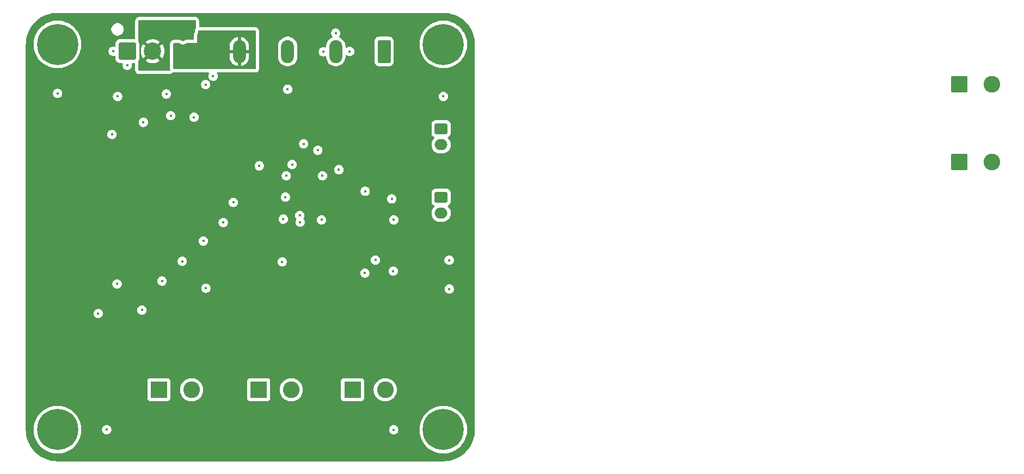
<source format=gbr>
%TF.GenerationSoftware,KiCad,Pcbnew,9.0.1*%
%TF.CreationDate,2025-11-09T21:37:19+01:00*%
%TF.ProjectId,SIGURD,53494755-5244-42e6-9b69-6361645f7063,rev?*%
%TF.SameCoordinates,Original*%
%TF.FileFunction,Copper,L2,Inr*%
%TF.FilePolarity,Positive*%
%FSLAX46Y46*%
G04 Gerber Fmt 4.6, Leading zero omitted, Abs format (unit mm)*
G04 Created by KiCad (PCBNEW 9.0.1) date 2025-11-09 21:37:19*
%MOMM*%
%LPD*%
G01*
G04 APERTURE LIST*
G04 Aperture macros list*
%AMRoundRect*
0 Rectangle with rounded corners*
0 $1 Rounding radius*
0 $2 $3 $4 $5 $6 $7 $8 $9 X,Y pos of 4 corners*
0 Add a 4 corners polygon primitive as box body*
4,1,4,$2,$3,$4,$5,$6,$7,$8,$9,$2,$3,0*
0 Add four circle primitives for the rounded corners*
1,1,$1+$1,$2,$3*
1,1,$1+$1,$4,$5*
1,1,$1+$1,$6,$7*
1,1,$1+$1,$8,$9*
0 Add four rect primitives between the rounded corners*
20,1,$1+$1,$2,$3,$4,$5,0*
20,1,$1+$1,$4,$5,$6,$7,0*
20,1,$1+$1,$6,$7,$8,$9,0*
20,1,$1+$1,$8,$9,$2,$3,0*%
G04 Aperture macros list end*
%TA.AperFunction,ComponentPad*%
%ADD10RoundRect,0.250000X-1.050000X-1.050000X1.050000X-1.050000X1.050000X1.050000X-1.050000X1.050000X0*%
%TD*%
%TA.AperFunction,ComponentPad*%
%ADD11C,2.600000*%
%TD*%
%TA.AperFunction,ComponentPad*%
%ADD12C,2.700000*%
%TD*%
%TA.AperFunction,ComponentPad*%
%ADD13RoundRect,0.250001X-1.099999X-1.099999X1.099999X-1.099999X1.099999X1.099999X-1.099999X1.099999X0*%
%TD*%
%TA.AperFunction,ComponentPad*%
%ADD14RoundRect,0.250000X-0.750000X0.600000X-0.750000X-0.600000X0.750000X-0.600000X0.750000X0.600000X0*%
%TD*%
%TA.AperFunction,ComponentPad*%
%ADD15O,2.000000X1.700000*%
%TD*%
%TA.AperFunction,ComponentPad*%
%ADD16R,2.600000X2.600000*%
%TD*%
%TA.AperFunction,ComponentPad*%
%ADD17C,0.800000*%
%TD*%
%TA.AperFunction,ComponentPad*%
%ADD18C,6.400000*%
%TD*%
%TA.AperFunction,ComponentPad*%
%ADD19RoundRect,0.250000X0.750000X1.550000X-0.750000X1.550000X-0.750000X-1.550000X0.750000X-1.550000X0*%
%TD*%
%TA.AperFunction,ComponentPad*%
%ADD20O,2.000000X3.600000*%
%TD*%
%TA.AperFunction,ViaPad*%
%ADD21C,0.450000*%
%TD*%
G04 APERTURE END LIST*
D10*
%TO.N,Earth*%
%TO.C,J13*%
X215200000Y-93335000D03*
D11*
%TO.N,/SOL5_OUT*%
X220280000Y-93335000D03*
%TD*%
D10*
%TO.N,Earth*%
%TO.C,J12*%
X215200000Y-81210000D03*
D11*
%TO.N,/SOL4_OUT*%
X220280000Y-81210000D03*
%TD*%
D12*
%TO.N,VIN*%
%TO.C,J1*%
X89802500Y-76050000D03*
D13*
%TO.N,Earth*%
X85842500Y-76050000D03*
%TD*%
D14*
%TO.N,/CAN_H*%
%TO.C,J2*%
X134665000Y-88130000D03*
D15*
%TO.N,/CAN_L*%
X134665000Y-90630000D03*
%TD*%
D16*
%TO.N,Earth*%
%TO.C,J11*%
X90764517Y-128770000D03*
D11*
%TO.N,/SOL3_OUT*%
X95844517Y-128770000D03*
%TD*%
D16*
%TO.N,Earth*%
%TO.C,J10*%
X106280000Y-128770000D03*
D11*
%TO.N,/SOL2_OUT*%
X111360000Y-128770000D03*
%TD*%
D17*
%TO.N,Net-(H2-Pad1)*%
%TO.C,H2*%
X72600000Y-135000000D03*
X73302944Y-133302944D03*
X73302944Y-136697056D03*
X75000000Y-132600000D03*
D18*
X75000000Y-135000000D03*
D17*
X75000000Y-137400000D03*
X76697056Y-133302944D03*
X76697056Y-136697056D03*
X77400000Y-135000000D03*
%TD*%
%TO.N,Net-(H3-Pad1)*%
%TO.C,H3*%
X132600000Y-75000000D03*
X133302944Y-73302944D03*
X133302944Y-76697056D03*
X135000000Y-72600000D03*
D18*
X135000000Y-75000000D03*
D17*
X135000000Y-77400000D03*
X136697056Y-73302944D03*
X136697056Y-76697056D03*
X137400000Y-75000000D03*
%TD*%
D19*
%TO.N,unconnected-(J5-Pin_1-Pad1)*%
%TO.C,J5*%
X125790000Y-76090000D03*
D20*
%TO.N,Earth*%
X118290000Y-76090000D03*
%TO.N,/MOTOR_PWM*%
X110790000Y-76090000D03*
%TO.N,+10V*%
X103290000Y-76090000D03*
%TD*%
D16*
%TO.N,Earth*%
%TO.C,J9*%
X120889517Y-128770000D03*
D11*
%TO.N,/SOL1_OUT*%
X125969517Y-128770000D03*
%TD*%
D14*
%TO.N,/CAN_H*%
%TO.C,J3*%
X134665000Y-98782500D03*
D15*
%TO.N,/CAN_L*%
X134665000Y-101282500D03*
%TD*%
D17*
%TO.N,Net-(H1-Pad1)*%
%TO.C,H1*%
X72600000Y-75000000D03*
X73302944Y-73302944D03*
X73302944Y-76697056D03*
X75000000Y-72600000D03*
D18*
X75000000Y-75000000D03*
D17*
X75000000Y-77400000D03*
X76697056Y-73302944D03*
X76697056Y-76697056D03*
X77400000Y-75000000D03*
%TD*%
%TO.N,Net-(H4-Pad1)*%
%TO.C,H4*%
X132600000Y-135000000D03*
X133302944Y-133302944D03*
X133302944Y-136697056D03*
X135000000Y-132600000D03*
D18*
X135000000Y-135000000D03*
D17*
X135000000Y-137400000D03*
X136697056Y-133302944D03*
X136697056Y-136697056D03*
X137400000Y-135000000D03*
%TD*%
D21*
%TO.N,+3V3*%
X112680000Y-101640000D03*
X100775000Y-102725000D03*
X112720000Y-102680000D03*
%TO.N,Earth*%
X96225000Y-86325000D03*
X115490000Y-91480000D03*
X84260000Y-112300000D03*
X127280000Y-135020000D03*
X83475000Y-89000000D03*
X122800000Y-110600000D03*
X118280000Y-73240000D03*
X99200000Y-79950000D03*
X88350000Y-87125000D03*
X135920000Y-113080000D03*
X127210000Y-110310000D03*
X124444517Y-108580000D03*
X83650000Y-76050000D03*
X94410000Y-108775000D03*
X92600000Y-86100000D03*
X111500000Y-93710000D03*
X110110000Y-102200000D03*
X118760000Y-94500000D03*
X135000000Y-83100000D03*
X91925000Y-82725000D03*
X84350000Y-83100000D03*
X116340000Y-76130000D03*
X91260000Y-111850000D03*
X82650000Y-135000000D03*
X109930483Y-108875000D03*
X85850000Y-78250000D03*
X98050000Y-81250000D03*
X75020000Y-82630000D03*
X102340000Y-99590000D03*
X120440000Y-76090000D03*
X126980000Y-99060000D03*
X113290000Y-90480000D03*
X81320000Y-116910000D03*
X135910000Y-108610000D03*
%TO.N,+10V*%
X98070000Y-112964151D03*
%TO.N,/SOL3_SENSE*%
X88130000Y-116380000D03*
X97680000Y-105610000D03*
%TO.N,/NRST*%
X116210000Y-95440000D03*
X122855000Y-97875000D03*
X127295000Y-102315000D03*
X110580000Y-95440000D03*
%TO.N,/SW_DIO*%
X110434517Y-98785483D03*
X116060000Y-102310000D03*
%TO.N,/MOTOR_PWM*%
X106370000Y-93900000D03*
X110790000Y-81970000D03*
%TO.N,VIN*%
X92940000Y-73110000D03*
X96130000Y-73080000D03*
X94510000Y-71770000D03*
X94500000Y-74260000D03*
%TD*%
%TA.AperFunction,Conductor*%
%TO.N,VIN*%
G36*
X96443039Y-71219685D02*
G01*
X96488794Y-71272489D01*
X96500000Y-71324000D01*
X96500000Y-72462290D01*
X96480315Y-72529329D01*
X96473927Y-72538357D01*
X96450517Y-72568493D01*
X96450508Y-72568507D01*
X96379323Y-72693521D01*
X96379321Y-72693525D01*
X96346233Y-72833551D01*
X96346232Y-72833559D01*
X96342263Y-72877912D01*
X96342263Y-72877922D01*
X96340007Y-72903140D01*
X96340006Y-72903141D01*
X96347709Y-73046815D01*
X96349503Y-73055836D01*
X96349897Y-73065502D01*
X96349614Y-73066631D01*
X96350000Y-73070544D01*
X96350000Y-73089449D01*
X96347616Y-73113646D01*
X96343925Y-73132197D01*
X96336870Y-73155453D01*
X96329634Y-73172922D01*
X96318178Y-73194355D01*
X96300633Y-73220615D01*
X96297799Y-73224900D01*
X96296639Y-73226674D01*
X96294435Y-73230071D01*
X96234663Y-73360950D01*
X96214976Y-73427995D01*
X96194500Y-73570414D01*
X96194500Y-74170500D01*
X96174815Y-74237539D01*
X96122011Y-74283294D01*
X96070500Y-74294500D01*
X95035313Y-74294500D01*
X95030745Y-74294521D01*
X95028532Y-74294541D01*
X95025165Y-74294586D01*
X95024069Y-74294601D01*
X94882056Y-74317613D01*
X94815370Y-74338494D01*
X94685584Y-74400588D01*
X94685579Y-74400590D01*
X94614364Y-74448174D01*
X94592929Y-74459632D01*
X94575453Y-74466871D01*
X94552197Y-74473925D01*
X94533647Y-74477616D01*
X94509453Y-74480000D01*
X94490549Y-74480000D01*
X94466351Y-74477616D01*
X94461799Y-74476710D01*
X94447800Y-74473925D01*
X94424552Y-74466872D01*
X94407078Y-74459635D01*
X94385634Y-74448174D01*
X94314500Y-74400644D01*
X94314481Y-74400631D01*
X94314419Y-74400590D01*
X94310545Y-74398027D01*
X94310462Y-74397972D01*
X94308645Y-74396782D01*
X94305021Y-74394431D01*
X94305018Y-74394430D01*
X94174152Y-74334664D01*
X94174147Y-74334662D01*
X94174146Y-74334662D01*
X94107107Y-74314977D01*
X94107109Y-74314977D01*
X94107104Y-74314976D01*
X94045034Y-74306052D01*
X93964687Y-74294500D01*
X93124000Y-74294500D01*
X93123991Y-74294500D01*
X93123990Y-74294501D01*
X93016549Y-74306052D01*
X93016537Y-74306054D01*
X92965027Y-74317260D01*
X92862502Y-74351383D01*
X92862496Y-74351386D01*
X92741462Y-74429171D01*
X92741451Y-74429179D01*
X92688659Y-74474923D01*
X92594433Y-74583664D01*
X92594430Y-74583668D01*
X92534664Y-74714534D01*
X92534662Y-74714541D01*
X92514977Y-74781580D01*
X92514976Y-74781584D01*
X92494500Y-74924000D01*
X92494500Y-75211733D01*
X92494500Y-76070846D01*
X92494500Y-76968265D01*
X92494500Y-78736000D01*
X92494501Y-78736009D01*
X92506052Y-78843450D01*
X92506054Y-78843462D01*
X92517259Y-78894966D01*
X92531196Y-78936842D01*
X92533689Y-79006667D01*
X92498036Y-79066756D01*
X92435557Y-79098030D01*
X92413541Y-79100000D01*
X87724000Y-79100000D01*
X87656961Y-79080315D01*
X87611206Y-79027511D01*
X87600000Y-78976000D01*
X87600000Y-77548783D01*
X87610275Y-77499360D01*
X87613807Y-77491231D01*
X87627314Y-77469334D01*
X87682499Y-77302797D01*
X87693000Y-77200008D01*
X87693000Y-75928751D01*
X87952500Y-75928751D01*
X87952500Y-76171248D01*
X87952501Y-76171264D01*
X87984153Y-76411687D01*
X88046921Y-76645939D01*
X88139720Y-76869978D01*
X88139727Y-76869992D01*
X88260981Y-77080010D01*
X88329561Y-77169384D01*
X89048384Y-76450560D01*
X89049240Y-76452626D01*
X89142262Y-76591844D01*
X89260656Y-76710238D01*
X89399874Y-76803260D01*
X89401937Y-76804114D01*
X88683114Y-77522936D01*
X88683114Y-77522937D01*
X88772489Y-77591517D01*
X88772496Y-77591522D01*
X88982507Y-77712772D01*
X88982521Y-77712779D01*
X89206560Y-77805578D01*
X89440812Y-77868346D01*
X89681235Y-77899998D01*
X89681252Y-77900000D01*
X89923748Y-77900000D01*
X89923764Y-77899998D01*
X90164187Y-77868346D01*
X90398439Y-77805578D01*
X90622478Y-77712779D01*
X90622492Y-77712772D01*
X90832516Y-77591515D01*
X90921884Y-77522939D01*
X90921884Y-77522936D01*
X90203062Y-76804114D01*
X90205126Y-76803260D01*
X90344344Y-76710238D01*
X90462738Y-76591844D01*
X90555760Y-76452626D01*
X90556614Y-76450562D01*
X91275436Y-77169384D01*
X91275439Y-77169384D01*
X91344015Y-77080016D01*
X91465272Y-76869992D01*
X91465279Y-76869978D01*
X91558078Y-76645939D01*
X91620846Y-76411687D01*
X91652498Y-76171264D01*
X91652500Y-76171248D01*
X91652500Y-75928751D01*
X91652498Y-75928735D01*
X91620846Y-75688312D01*
X91558078Y-75454060D01*
X91465279Y-75230021D01*
X91465272Y-75230007D01*
X91344022Y-75019996D01*
X91344017Y-75019989D01*
X91275437Y-74930614D01*
X91275436Y-74930614D01*
X90556614Y-75649436D01*
X90555760Y-75647374D01*
X90462738Y-75508156D01*
X90344344Y-75389762D01*
X90205126Y-75296740D01*
X90203060Y-75295884D01*
X90921884Y-74577061D01*
X90832510Y-74508481D01*
X90622492Y-74387227D01*
X90622478Y-74387220D01*
X90398439Y-74294421D01*
X90164187Y-74231653D01*
X89923764Y-74200001D01*
X89923748Y-74200000D01*
X89681252Y-74200000D01*
X89681235Y-74200001D01*
X89440812Y-74231653D01*
X89206560Y-74294421D01*
X88982521Y-74387220D01*
X88982506Y-74387227D01*
X88772490Y-74508480D01*
X88683114Y-74577060D01*
X88683114Y-74577061D01*
X89401938Y-75295885D01*
X89399874Y-75296740D01*
X89260656Y-75389762D01*
X89142262Y-75508156D01*
X89049240Y-75647374D01*
X89048385Y-75649438D01*
X88329561Y-74930614D01*
X88329560Y-74930614D01*
X88260980Y-75019990D01*
X88139727Y-75230006D01*
X88139720Y-75230021D01*
X88046921Y-75454060D01*
X87984153Y-75688312D01*
X87952501Y-75928735D01*
X87952500Y-75928751D01*
X87693000Y-75928751D01*
X87693000Y-74899992D01*
X87682499Y-74797203D01*
X87627314Y-74630666D01*
X87613810Y-74608773D01*
X87610275Y-74600638D01*
X87607326Y-74577050D01*
X87600000Y-74551216D01*
X87600000Y-71324000D01*
X87619685Y-71256961D01*
X87672489Y-71211206D01*
X87724000Y-71200000D01*
X96376000Y-71200000D01*
X96443039Y-71219685D01*
G37*
%TD.AperFunction*%
%TD*%
%TA.AperFunction,Conductor*%
%TO.N,+10V*%
G36*
X105783039Y-72819685D02*
G01*
X105828794Y-72872489D01*
X105840000Y-72924000D01*
X105840000Y-78736000D01*
X105820315Y-78803039D01*
X105767511Y-78848794D01*
X105716000Y-78860000D01*
X93124000Y-78860000D01*
X93056961Y-78840315D01*
X93011206Y-78787511D01*
X93000000Y-78736000D01*
X93000000Y-75171947D01*
X101790000Y-75171947D01*
X101790000Y-75840000D01*
X102635879Y-75840000D01*
X102616901Y-75885818D01*
X102590000Y-76021056D01*
X102590000Y-76158944D01*
X102616901Y-76294182D01*
X102635879Y-76340000D01*
X101790000Y-76340000D01*
X101790000Y-77008052D01*
X101826934Y-77241247D01*
X101899897Y-77465802D01*
X102007085Y-77676171D01*
X102145866Y-77867186D01*
X102312813Y-78034133D01*
X102503828Y-78172914D01*
X102714195Y-78280102D01*
X102938744Y-78353063D01*
X102938750Y-78353065D01*
X103040000Y-78369101D01*
X103040000Y-76744120D01*
X103085818Y-76763099D01*
X103221056Y-76790000D01*
X103358944Y-76790000D01*
X103494182Y-76763099D01*
X103540000Y-76744120D01*
X103540000Y-78369100D01*
X103641249Y-78353065D01*
X103641255Y-78353063D01*
X103865804Y-78280102D01*
X104076171Y-78172914D01*
X104267186Y-78034133D01*
X104434133Y-77867186D01*
X104572914Y-77676171D01*
X104680102Y-77465802D01*
X104753065Y-77241247D01*
X104790000Y-77008052D01*
X104790000Y-76340000D01*
X103944121Y-76340000D01*
X103963099Y-76294182D01*
X103990000Y-76158944D01*
X103990000Y-76021056D01*
X103963099Y-75885818D01*
X103944121Y-75840000D01*
X104790000Y-75840000D01*
X104790000Y-75171947D01*
X104753065Y-74938752D01*
X104680102Y-74714197D01*
X104572914Y-74503828D01*
X104434133Y-74312813D01*
X104267186Y-74145866D01*
X104076171Y-74007085D01*
X103865802Y-73899897D01*
X103641247Y-73826934D01*
X103540000Y-73810897D01*
X103540000Y-75435879D01*
X103494182Y-75416901D01*
X103358944Y-75390000D01*
X103221056Y-75390000D01*
X103085818Y-75416901D01*
X103040000Y-75435879D01*
X103040000Y-73810897D01*
X102938752Y-73826934D01*
X102714197Y-73899897D01*
X102503828Y-74007085D01*
X102312813Y-74145866D01*
X102145866Y-74312813D01*
X102007085Y-74503828D01*
X101899897Y-74714197D01*
X101826934Y-74938752D01*
X101790000Y-75171947D01*
X93000000Y-75171947D01*
X93000000Y-74924000D01*
X93019685Y-74856961D01*
X93072489Y-74811206D01*
X93124000Y-74800000D01*
X93964687Y-74800000D01*
X94031726Y-74819685D01*
X94033578Y-74820898D01*
X94156340Y-74902925D01*
X94156346Y-74902928D01*
X94156347Y-74902929D01*
X94288380Y-74957619D01*
X94288384Y-74957619D01*
X94288385Y-74957620D01*
X94428542Y-74985500D01*
X94428545Y-74985500D01*
X94571457Y-74985500D01*
X94665751Y-74966742D01*
X94711620Y-74957619D01*
X94843653Y-74902929D01*
X94843659Y-74902925D01*
X94966422Y-74820898D01*
X95033100Y-74800020D01*
X95035313Y-74800000D01*
X96700000Y-74800000D01*
X96700000Y-73570413D01*
X96719685Y-73503374D01*
X96720868Y-73501566D01*
X96772929Y-73423653D01*
X96827619Y-73291620D01*
X96855500Y-73151455D01*
X96855500Y-73008545D01*
X96855500Y-73008542D01*
X96843495Y-72948192D01*
X96849722Y-72878601D01*
X96892584Y-72823423D01*
X96958474Y-72800178D01*
X96965112Y-72800000D01*
X105716000Y-72800000D01*
X105783039Y-72819685D01*
G37*
%TD.AperFunction*%
%TD*%
%TA.AperFunction,NonConductor*%
G36*
X135002702Y-70075618D02*
G01*
X135016221Y-70076208D01*
X135423810Y-70094003D01*
X135434547Y-70094943D01*
X135849771Y-70149608D01*
X135860397Y-70151481D01*
X136269286Y-70242130D01*
X136279698Y-70244919D01*
X136679132Y-70370861D01*
X136689267Y-70374550D01*
X137076191Y-70534819D01*
X137085982Y-70539385D01*
X137457442Y-70732755D01*
X137466809Y-70738162D01*
X137487567Y-70751387D01*
X137820014Y-70963179D01*
X137828875Y-70969384D01*
X138161115Y-71224320D01*
X138169402Y-71231274D01*
X138478155Y-71514195D01*
X138485804Y-71521844D01*
X138768725Y-71830597D01*
X138775679Y-71838884D01*
X139030615Y-72171124D01*
X139036820Y-72179985D01*
X139261836Y-72533189D01*
X139267244Y-72542557D01*
X139460611Y-72914010D01*
X139465183Y-72923814D01*
X139625443Y-73310717D01*
X139629142Y-73320880D01*
X139749461Y-73702482D01*
X139755074Y-73720282D01*
X139757874Y-73730732D01*
X139848515Y-74139589D01*
X139850393Y-74150242D01*
X139905054Y-74565432D01*
X139905997Y-74576208D01*
X139924382Y-74997297D01*
X139924500Y-75002706D01*
X139924500Y-134997293D01*
X139924382Y-135002702D01*
X139905997Y-135423791D01*
X139905054Y-135434567D01*
X139850393Y-135849757D01*
X139848515Y-135860410D01*
X139757874Y-136269267D01*
X139755074Y-136279717D01*
X139629143Y-136679117D01*
X139625443Y-136689282D01*
X139465183Y-137076185D01*
X139460611Y-137085989D01*
X139267244Y-137457442D01*
X139261836Y-137466810D01*
X139036820Y-137820014D01*
X139030615Y-137828875D01*
X138775679Y-138161115D01*
X138768725Y-138169402D01*
X138485804Y-138478155D01*
X138478155Y-138485804D01*
X138169402Y-138768725D01*
X138161115Y-138775679D01*
X137828875Y-139030615D01*
X137820014Y-139036820D01*
X137466810Y-139261836D01*
X137457442Y-139267244D01*
X137085989Y-139460611D01*
X137076185Y-139465183D01*
X136689282Y-139625443D01*
X136679117Y-139629143D01*
X136279717Y-139755074D01*
X136269267Y-139757874D01*
X135860410Y-139848515D01*
X135849757Y-139850393D01*
X135434567Y-139905054D01*
X135423791Y-139905997D01*
X135002703Y-139924382D01*
X134997294Y-139924500D01*
X75002706Y-139924500D01*
X74997297Y-139924382D01*
X74576208Y-139905997D01*
X74565432Y-139905054D01*
X74150242Y-139850393D01*
X74139589Y-139848515D01*
X73872531Y-139789310D01*
X73730729Y-139757873D01*
X73720286Y-139755075D01*
X73320880Y-139629142D01*
X73310717Y-139625443D01*
X72923814Y-139465183D01*
X72914010Y-139460611D01*
X72542557Y-139267244D01*
X72533189Y-139261836D01*
X72179985Y-139036820D01*
X72171124Y-139030615D01*
X71838884Y-138775679D01*
X71830597Y-138768725D01*
X71521844Y-138485804D01*
X71514195Y-138478155D01*
X71231274Y-138169402D01*
X71224320Y-138161115D01*
X70969384Y-137828875D01*
X70963179Y-137820014D01*
X70738163Y-137466810D01*
X70732755Y-137457442D01*
X70539388Y-137085989D01*
X70534816Y-137076185D01*
X70463801Y-136904738D01*
X70374550Y-136689267D01*
X70370861Y-136679132D01*
X70244919Y-136279698D01*
X70242130Y-136269286D01*
X70151481Y-135860397D01*
X70149608Y-135849771D01*
X70094943Y-135434547D01*
X70094003Y-135423810D01*
X70075618Y-135002701D01*
X70075500Y-134997293D01*
X70075500Y-134818206D01*
X71299500Y-134818206D01*
X71299500Y-135181794D01*
X71310337Y-135291829D01*
X71335137Y-135543630D01*
X71406064Y-135900212D01*
X71406067Y-135900223D01*
X71511614Y-136248165D01*
X71650754Y-136584078D01*
X71650756Y-136584083D01*
X71822140Y-136904720D01*
X71822151Y-136904738D01*
X72024140Y-137207035D01*
X72024150Y-137207049D01*
X72254807Y-137488106D01*
X72511893Y-137745192D01*
X72511898Y-137745196D01*
X72511899Y-137745197D01*
X72792956Y-137975854D01*
X73095268Y-138177853D01*
X73095277Y-138177858D01*
X73095279Y-138177859D01*
X73415916Y-138349243D01*
X73415918Y-138349243D01*
X73415924Y-138349247D01*
X73751836Y-138488386D01*
X74099767Y-138593930D01*
X74099773Y-138593931D01*
X74099776Y-138593932D01*
X74099787Y-138593935D01*
X74456369Y-138664862D01*
X74818206Y-138700500D01*
X74818209Y-138700500D01*
X75181791Y-138700500D01*
X75181794Y-138700500D01*
X75543631Y-138664862D01*
X75613045Y-138651054D01*
X75900212Y-138593935D01*
X75900223Y-138593932D01*
X75900223Y-138593931D01*
X75900233Y-138593930D01*
X76248164Y-138488386D01*
X76584076Y-138349247D01*
X76904732Y-138177853D01*
X77207044Y-137975854D01*
X77488101Y-137745197D01*
X77745197Y-137488101D01*
X77975854Y-137207044D01*
X78177853Y-136904732D01*
X78349247Y-136584076D01*
X78488386Y-136248164D01*
X78593930Y-135900233D01*
X78593932Y-135900223D01*
X78593935Y-135900212D01*
X78664862Y-135543630D01*
X78670885Y-135482478D01*
X78700500Y-135181794D01*
X78700500Y-135071457D01*
X81924499Y-135071457D01*
X81952379Y-135211614D01*
X81952381Y-135211620D01*
X82007069Y-135343650D01*
X82007074Y-135343659D01*
X82086467Y-135462478D01*
X82086470Y-135462482D01*
X82187517Y-135563529D01*
X82187521Y-135563532D01*
X82306340Y-135642925D01*
X82306346Y-135642928D01*
X82306347Y-135642929D01*
X82438380Y-135697619D01*
X82438384Y-135697619D01*
X82438385Y-135697620D01*
X82578542Y-135725500D01*
X82578545Y-135725500D01*
X82721457Y-135725500D01*
X82815751Y-135706742D01*
X82861620Y-135697619D01*
X82993653Y-135642929D01*
X83112479Y-135563532D01*
X83213532Y-135462479D01*
X83292929Y-135343653D01*
X83347619Y-135211620D01*
X83356742Y-135165751D01*
X83371521Y-135091457D01*
X126554499Y-135091457D01*
X126582379Y-135231614D01*
X126582381Y-135231620D01*
X126637069Y-135363650D01*
X126637074Y-135363659D01*
X126716467Y-135482478D01*
X126716470Y-135482482D01*
X126817517Y-135583529D01*
X126817521Y-135583532D01*
X126936340Y-135662925D01*
X126936346Y-135662928D01*
X126936347Y-135662929D01*
X127068380Y-135717619D01*
X127068384Y-135717619D01*
X127068385Y-135717620D01*
X127208542Y-135745500D01*
X127208545Y-135745500D01*
X127351457Y-135745500D01*
X127452000Y-135725500D01*
X127491620Y-135717619D01*
X127623653Y-135662929D01*
X127742479Y-135583532D01*
X127843532Y-135482479D01*
X127922929Y-135363653D01*
X127977619Y-135231620D01*
X128005500Y-135091455D01*
X128005500Y-134948545D01*
X128005500Y-134948542D01*
X128005499Y-134948540D01*
X127983781Y-134839353D01*
X127979574Y-134818206D01*
X131299500Y-134818206D01*
X131299500Y-135181794D01*
X131310337Y-135291829D01*
X131335137Y-135543630D01*
X131406064Y-135900212D01*
X131406067Y-135900223D01*
X131511614Y-136248165D01*
X131650754Y-136584078D01*
X131650756Y-136584083D01*
X131822140Y-136904720D01*
X131822151Y-136904738D01*
X132024140Y-137207035D01*
X132024150Y-137207049D01*
X132254807Y-137488106D01*
X132511893Y-137745192D01*
X132511898Y-137745196D01*
X132511899Y-137745197D01*
X132792956Y-137975854D01*
X133095268Y-138177853D01*
X133095277Y-138177858D01*
X133095279Y-138177859D01*
X133415916Y-138349243D01*
X133415918Y-138349243D01*
X133415924Y-138349247D01*
X133751836Y-138488386D01*
X134099767Y-138593930D01*
X134099773Y-138593931D01*
X134099776Y-138593932D01*
X134099787Y-138593935D01*
X134456369Y-138664862D01*
X134818206Y-138700500D01*
X134818209Y-138700500D01*
X135181791Y-138700500D01*
X135181794Y-138700500D01*
X135543631Y-138664862D01*
X135613045Y-138651054D01*
X135900212Y-138593935D01*
X135900223Y-138593932D01*
X135900223Y-138593931D01*
X135900233Y-138593930D01*
X136248164Y-138488386D01*
X136584076Y-138349247D01*
X136904732Y-138177853D01*
X137207044Y-137975854D01*
X137488101Y-137745197D01*
X137745197Y-137488101D01*
X137975854Y-137207044D01*
X138177853Y-136904732D01*
X138349247Y-136584076D01*
X138488386Y-136248164D01*
X138593930Y-135900233D01*
X138593932Y-135900223D01*
X138593935Y-135900212D01*
X138664862Y-135543630D01*
X138670885Y-135482478D01*
X138700500Y-135181794D01*
X138700500Y-134818206D01*
X138664862Y-134456369D01*
X138660904Y-134436470D01*
X138593935Y-134099787D01*
X138593932Y-134099776D01*
X138593931Y-134099773D01*
X138593930Y-134099767D01*
X138488386Y-133751836D01*
X138349247Y-133415924D01*
X138177853Y-133095268D01*
X137975854Y-132792956D01*
X137745197Y-132511899D01*
X137745196Y-132511898D01*
X137745192Y-132511893D01*
X137488106Y-132254807D01*
X137207049Y-132024150D01*
X137207048Y-132024149D01*
X137207044Y-132024146D01*
X136904732Y-131822147D01*
X136904727Y-131822144D01*
X136904720Y-131822140D01*
X136584083Y-131650756D01*
X136584078Y-131650754D01*
X136248165Y-131511614D01*
X135900223Y-131406067D01*
X135900212Y-131406064D01*
X135543630Y-131335137D01*
X135271111Y-131308296D01*
X135181794Y-131299500D01*
X134818206Y-131299500D01*
X134735679Y-131307628D01*
X134456369Y-131335137D01*
X134099787Y-131406064D01*
X134099776Y-131406067D01*
X133751834Y-131511614D01*
X133415921Y-131650754D01*
X133415916Y-131650756D01*
X133095279Y-131822140D01*
X133095261Y-131822151D01*
X132792964Y-132024140D01*
X132792950Y-132024150D01*
X132511893Y-132254807D01*
X132254807Y-132511893D01*
X132024150Y-132792950D01*
X132024140Y-132792964D01*
X131822151Y-133095261D01*
X131822140Y-133095279D01*
X131650756Y-133415916D01*
X131650754Y-133415921D01*
X131511614Y-133751834D01*
X131406067Y-134099776D01*
X131406064Y-134099787D01*
X131335137Y-134456369D01*
X131313472Y-134676347D01*
X131299500Y-134818206D01*
X127979574Y-134818206D01*
X127977620Y-134808384D01*
X127977619Y-134808382D01*
X127977619Y-134808380D01*
X127922929Y-134676347D01*
X127922928Y-134676346D01*
X127922925Y-134676340D01*
X127843532Y-134557521D01*
X127843529Y-134557517D01*
X127742482Y-134456470D01*
X127742478Y-134456467D01*
X127623659Y-134377074D01*
X127623650Y-134377069D01*
X127491620Y-134322381D01*
X127491614Y-134322379D01*
X127351457Y-134294500D01*
X127351455Y-134294500D01*
X127208545Y-134294500D01*
X127208543Y-134294500D01*
X127068385Y-134322379D01*
X127068379Y-134322381D01*
X126936349Y-134377069D01*
X126936340Y-134377074D01*
X126817521Y-134456467D01*
X126817517Y-134456470D01*
X126716470Y-134557517D01*
X126716467Y-134557521D01*
X126637074Y-134676340D01*
X126637069Y-134676349D01*
X126582381Y-134808379D01*
X126582379Y-134808385D01*
X126554500Y-134948542D01*
X126554500Y-134948545D01*
X126554500Y-135091455D01*
X126554500Y-135091457D01*
X126554499Y-135091457D01*
X83371521Y-135091457D01*
X83375500Y-135071457D01*
X83375500Y-134928542D01*
X83347620Y-134788385D01*
X83347619Y-134788384D01*
X83347619Y-134788380D01*
X83292929Y-134656347D01*
X83292928Y-134656346D01*
X83292925Y-134656340D01*
X83213532Y-134537521D01*
X83213529Y-134537517D01*
X83112482Y-134436470D01*
X83112478Y-134436467D01*
X82993659Y-134357074D01*
X82993650Y-134357069D01*
X82861620Y-134302381D01*
X82861614Y-134302379D01*
X82721457Y-134274500D01*
X82721455Y-134274500D01*
X82578545Y-134274500D01*
X82578543Y-134274500D01*
X82438385Y-134302379D01*
X82438379Y-134302381D01*
X82306349Y-134357069D01*
X82306340Y-134357074D01*
X82187521Y-134436467D01*
X82187517Y-134436470D01*
X82086470Y-134537517D01*
X82086467Y-134537521D01*
X82007074Y-134656340D01*
X82007069Y-134656349D01*
X81952381Y-134788379D01*
X81952379Y-134788385D01*
X81924500Y-134928542D01*
X81924500Y-134928545D01*
X81924500Y-135071455D01*
X81924500Y-135071457D01*
X81924499Y-135071457D01*
X78700500Y-135071457D01*
X78700500Y-134818206D01*
X78664862Y-134456369D01*
X78660904Y-134436470D01*
X78593935Y-134099787D01*
X78593932Y-134099776D01*
X78593931Y-134099773D01*
X78593930Y-134099767D01*
X78488386Y-133751836D01*
X78349247Y-133415924D01*
X78177853Y-133095268D01*
X77975854Y-132792956D01*
X77745197Y-132511899D01*
X77745196Y-132511898D01*
X77745192Y-132511893D01*
X77488106Y-132254807D01*
X77207049Y-132024150D01*
X77207048Y-132024149D01*
X77207044Y-132024146D01*
X76904732Y-131822147D01*
X76904727Y-131822144D01*
X76904720Y-131822140D01*
X76584083Y-131650756D01*
X76584078Y-131650754D01*
X76248165Y-131511614D01*
X75900223Y-131406067D01*
X75900212Y-131406064D01*
X75543630Y-131335137D01*
X75271111Y-131308296D01*
X75181794Y-131299500D01*
X74818206Y-131299500D01*
X74735679Y-131307628D01*
X74456369Y-131335137D01*
X74099787Y-131406064D01*
X74099776Y-131406067D01*
X73751834Y-131511614D01*
X73415921Y-131650754D01*
X73415916Y-131650756D01*
X73095279Y-131822140D01*
X73095261Y-131822151D01*
X72792964Y-132024140D01*
X72792950Y-132024150D01*
X72511893Y-132254807D01*
X72254807Y-132511893D01*
X72024150Y-132792950D01*
X72024140Y-132792964D01*
X71822151Y-133095261D01*
X71822140Y-133095279D01*
X71650756Y-133415916D01*
X71650754Y-133415921D01*
X71511614Y-133751834D01*
X71406067Y-134099776D01*
X71406064Y-134099787D01*
X71335137Y-134456369D01*
X71313472Y-134676347D01*
X71299500Y-134818206D01*
X70075500Y-134818206D01*
X70075500Y-127422135D01*
X88964017Y-127422135D01*
X88964017Y-130117870D01*
X88964018Y-130117876D01*
X88970425Y-130177483D01*
X89020719Y-130312328D01*
X89020723Y-130312335D01*
X89106969Y-130427544D01*
X89106972Y-130427547D01*
X89222181Y-130513793D01*
X89222188Y-130513797D01*
X89357034Y-130564091D01*
X89357033Y-130564091D01*
X89363961Y-130564835D01*
X89416644Y-130570500D01*
X92112389Y-130570499D01*
X92172000Y-130564091D01*
X92306848Y-130513796D01*
X92422063Y-130427546D01*
X92508313Y-130312331D01*
X92558608Y-130177483D01*
X92565017Y-130117873D01*
X92565016Y-128651995D01*
X94044017Y-128651995D01*
X94044017Y-128888004D01*
X94044018Y-128888020D01*
X94074823Y-129122010D01*
X94135911Y-129349993D01*
X94226231Y-129568045D01*
X94226236Y-129568056D01*
X94297194Y-129690957D01*
X94344244Y-129772450D01*
X94344246Y-129772453D01*
X94344247Y-129772454D01*
X94487923Y-129959697D01*
X94487929Y-129959704D01*
X94654812Y-130126587D01*
X94654819Y-130126593D01*
X94764823Y-130211001D01*
X94842067Y-130270273D01*
X94914914Y-130312331D01*
X95046460Y-130388280D01*
X95046465Y-130388282D01*
X95046468Y-130388284D01*
X95264524Y-130478606D01*
X95492503Y-130539693D01*
X95726506Y-130570500D01*
X95726513Y-130570500D01*
X95962521Y-130570500D01*
X95962528Y-130570500D01*
X96196531Y-130539693D01*
X96424510Y-130478606D01*
X96642566Y-130388284D01*
X96846967Y-130270273D01*
X97034216Y-130126592D01*
X97201109Y-129959699D01*
X97344790Y-129772450D01*
X97462801Y-129568049D01*
X97553123Y-129349993D01*
X97614210Y-129122014D01*
X97645017Y-128888011D01*
X97645017Y-128651989D01*
X97614210Y-128417986D01*
X97553123Y-128190007D01*
X97462801Y-127971951D01*
X97462799Y-127971948D01*
X97462797Y-127971943D01*
X97420635Y-127898918D01*
X97344790Y-127767550D01*
X97201109Y-127580301D01*
X97201104Y-127580295D01*
X97042944Y-127422135D01*
X104479500Y-127422135D01*
X104479500Y-130117870D01*
X104479501Y-130117876D01*
X104485908Y-130177483D01*
X104536202Y-130312328D01*
X104536206Y-130312335D01*
X104622452Y-130427544D01*
X104622455Y-130427547D01*
X104737664Y-130513793D01*
X104737671Y-130513797D01*
X104872517Y-130564091D01*
X104872516Y-130564091D01*
X104879444Y-130564835D01*
X104932127Y-130570500D01*
X107627872Y-130570499D01*
X107687483Y-130564091D01*
X107822331Y-130513796D01*
X107937546Y-130427546D01*
X108023796Y-130312331D01*
X108074091Y-130177483D01*
X108080500Y-130117873D01*
X108080499Y-128651995D01*
X109559500Y-128651995D01*
X109559500Y-128888004D01*
X109559501Y-128888020D01*
X109590306Y-129122010D01*
X109651394Y-129349993D01*
X109741714Y-129568045D01*
X109741719Y-129568056D01*
X109812677Y-129690957D01*
X109859727Y-129772450D01*
X109859729Y-129772453D01*
X109859730Y-129772454D01*
X110003406Y-129959697D01*
X110003412Y-129959704D01*
X110170295Y-130126587D01*
X110170302Y-130126593D01*
X110280306Y-130211001D01*
X110357550Y-130270273D01*
X110430397Y-130312331D01*
X110561943Y-130388280D01*
X110561948Y-130388282D01*
X110561951Y-130388284D01*
X110780007Y-130478606D01*
X111007986Y-130539693D01*
X111241989Y-130570500D01*
X111241996Y-130570500D01*
X111478004Y-130570500D01*
X111478011Y-130570500D01*
X111712014Y-130539693D01*
X111939993Y-130478606D01*
X112158049Y-130388284D01*
X112362450Y-130270273D01*
X112549699Y-130126592D01*
X112716592Y-129959699D01*
X112860273Y-129772450D01*
X112978284Y-129568049D01*
X113068606Y-129349993D01*
X113129693Y-129122014D01*
X113160500Y-128888011D01*
X113160500Y-128651989D01*
X113129693Y-128417986D01*
X113068606Y-128190007D01*
X112978284Y-127971951D01*
X112978282Y-127971948D01*
X112978280Y-127971943D01*
X112936118Y-127898918D01*
X112860273Y-127767550D01*
X112716592Y-127580301D01*
X112716587Y-127580295D01*
X112558427Y-127422135D01*
X119089017Y-127422135D01*
X119089017Y-130117870D01*
X119089018Y-130117876D01*
X119095425Y-130177483D01*
X119145719Y-130312328D01*
X119145723Y-130312335D01*
X119231969Y-130427544D01*
X119231972Y-130427547D01*
X119347181Y-130513793D01*
X119347188Y-130513797D01*
X119482034Y-130564091D01*
X119482033Y-130564091D01*
X119488961Y-130564835D01*
X119541644Y-130570500D01*
X122237389Y-130570499D01*
X122297000Y-130564091D01*
X122431848Y-130513796D01*
X122547063Y-130427546D01*
X122633313Y-130312331D01*
X122683608Y-130177483D01*
X122690017Y-130117873D01*
X122690016Y-128651995D01*
X124169017Y-128651995D01*
X124169017Y-128888004D01*
X124169018Y-128888020D01*
X124199823Y-129122010D01*
X124260911Y-129349993D01*
X124351231Y-129568045D01*
X124351236Y-129568056D01*
X124422194Y-129690957D01*
X124469244Y-129772450D01*
X124469246Y-129772453D01*
X124469247Y-129772454D01*
X124612923Y-129959697D01*
X124612929Y-129959704D01*
X124779812Y-130126587D01*
X124779819Y-130126593D01*
X124889823Y-130211001D01*
X124967067Y-130270273D01*
X125039914Y-130312331D01*
X125171460Y-130388280D01*
X125171465Y-130388282D01*
X125171468Y-130388284D01*
X125389524Y-130478606D01*
X125617503Y-130539693D01*
X125851506Y-130570500D01*
X125851513Y-130570500D01*
X126087521Y-130570500D01*
X126087528Y-130570500D01*
X126321531Y-130539693D01*
X126549510Y-130478606D01*
X126767566Y-130388284D01*
X126971967Y-130270273D01*
X127159216Y-130126592D01*
X127326109Y-129959699D01*
X127469790Y-129772450D01*
X127587801Y-129568049D01*
X127678123Y-129349993D01*
X127739210Y-129122014D01*
X127770017Y-128888011D01*
X127770017Y-128651989D01*
X127739210Y-128417986D01*
X127678123Y-128190007D01*
X127587801Y-127971951D01*
X127587799Y-127971948D01*
X127587797Y-127971943D01*
X127545635Y-127898918D01*
X127469790Y-127767550D01*
X127326109Y-127580301D01*
X127326104Y-127580295D01*
X127159221Y-127413412D01*
X127159214Y-127413406D01*
X126971971Y-127269730D01*
X126971970Y-127269729D01*
X126971967Y-127269727D01*
X126890474Y-127222677D01*
X126767573Y-127151719D01*
X126767562Y-127151714D01*
X126549510Y-127061394D01*
X126418187Y-127026206D01*
X126321531Y-127000307D01*
X126321530Y-127000306D01*
X126321527Y-127000306D01*
X126087537Y-126969501D01*
X126087534Y-126969500D01*
X126087528Y-126969500D01*
X125851506Y-126969500D01*
X125851500Y-126969500D01*
X125851496Y-126969501D01*
X125617506Y-127000306D01*
X125389523Y-127061394D01*
X125171471Y-127151714D01*
X125171460Y-127151719D01*
X124967062Y-127269730D01*
X124779819Y-127413406D01*
X124779812Y-127413412D01*
X124612929Y-127580295D01*
X124612923Y-127580302D01*
X124469247Y-127767545D01*
X124351236Y-127971943D01*
X124351231Y-127971954D01*
X124260911Y-128190006D01*
X124199823Y-128417989D01*
X124169018Y-128651979D01*
X124169017Y-128651995D01*
X122690016Y-128651995D01*
X122690016Y-127422128D01*
X122683608Y-127362517D01*
X122633313Y-127227669D01*
X122633312Y-127227668D01*
X122633310Y-127227664D01*
X122547064Y-127112455D01*
X122547061Y-127112452D01*
X122431852Y-127026206D01*
X122431845Y-127026202D01*
X122296999Y-126975908D01*
X122297000Y-126975908D01*
X122237400Y-126969501D01*
X122237398Y-126969500D01*
X122237390Y-126969500D01*
X122237381Y-126969500D01*
X119541646Y-126969500D01*
X119541640Y-126969501D01*
X119482033Y-126975908D01*
X119347188Y-127026202D01*
X119347181Y-127026206D01*
X119231972Y-127112452D01*
X119231969Y-127112455D01*
X119145723Y-127227664D01*
X119145719Y-127227671D01*
X119095425Y-127362517D01*
X119089954Y-127413408D01*
X119089018Y-127422123D01*
X119089017Y-127422135D01*
X112558427Y-127422135D01*
X112549704Y-127413412D01*
X112549697Y-127413406D01*
X112362454Y-127269730D01*
X112362453Y-127269729D01*
X112362450Y-127269727D01*
X112280957Y-127222677D01*
X112158056Y-127151719D01*
X112158045Y-127151714D01*
X111939993Y-127061394D01*
X111808670Y-127026206D01*
X111712014Y-127000307D01*
X111712013Y-127000306D01*
X111712010Y-127000306D01*
X111478020Y-126969501D01*
X111478017Y-126969500D01*
X111478011Y-126969500D01*
X111241989Y-126969500D01*
X111241983Y-126969500D01*
X111241979Y-126969501D01*
X111007989Y-127000306D01*
X110780006Y-127061394D01*
X110561954Y-127151714D01*
X110561943Y-127151719D01*
X110357545Y-127269730D01*
X110170302Y-127413406D01*
X110170295Y-127413412D01*
X110003412Y-127580295D01*
X110003406Y-127580302D01*
X109859730Y-127767545D01*
X109741719Y-127971943D01*
X109741714Y-127971954D01*
X109651394Y-128190006D01*
X109590306Y-128417989D01*
X109559501Y-128651979D01*
X109559500Y-128651995D01*
X108080499Y-128651995D01*
X108080499Y-127422128D01*
X108074091Y-127362517D01*
X108023796Y-127227669D01*
X108023795Y-127227668D01*
X108023793Y-127227664D01*
X107937547Y-127112455D01*
X107937544Y-127112452D01*
X107822335Y-127026206D01*
X107822328Y-127026202D01*
X107687482Y-126975908D01*
X107687483Y-126975908D01*
X107627883Y-126969501D01*
X107627881Y-126969500D01*
X107627873Y-126969500D01*
X107627864Y-126969500D01*
X104932129Y-126969500D01*
X104932123Y-126969501D01*
X104872516Y-126975908D01*
X104737671Y-127026202D01*
X104737664Y-127026206D01*
X104622455Y-127112452D01*
X104622452Y-127112455D01*
X104536206Y-127227664D01*
X104536202Y-127227671D01*
X104485908Y-127362517D01*
X104480437Y-127413408D01*
X104479501Y-127422123D01*
X104479500Y-127422135D01*
X97042944Y-127422135D01*
X97034221Y-127413412D01*
X97034214Y-127413406D01*
X96846971Y-127269730D01*
X96846970Y-127269729D01*
X96846967Y-127269727D01*
X96765474Y-127222677D01*
X96642573Y-127151719D01*
X96642562Y-127151714D01*
X96424510Y-127061394D01*
X96293187Y-127026206D01*
X96196531Y-127000307D01*
X96196530Y-127000306D01*
X96196527Y-127000306D01*
X95962537Y-126969501D01*
X95962534Y-126969500D01*
X95962528Y-126969500D01*
X95726506Y-126969500D01*
X95726500Y-126969500D01*
X95726496Y-126969501D01*
X95492506Y-127000306D01*
X95264523Y-127061394D01*
X95046471Y-127151714D01*
X95046460Y-127151719D01*
X94842062Y-127269730D01*
X94654819Y-127413406D01*
X94654812Y-127413412D01*
X94487929Y-127580295D01*
X94487923Y-127580302D01*
X94344247Y-127767545D01*
X94226236Y-127971943D01*
X94226231Y-127971954D01*
X94135911Y-128190006D01*
X94074823Y-128417989D01*
X94044018Y-128651979D01*
X94044017Y-128651995D01*
X92565016Y-128651995D01*
X92565016Y-127422128D01*
X92558608Y-127362517D01*
X92508313Y-127227669D01*
X92508312Y-127227668D01*
X92508310Y-127227664D01*
X92422064Y-127112455D01*
X92422061Y-127112452D01*
X92306852Y-127026206D01*
X92306845Y-127026202D01*
X92171999Y-126975908D01*
X92172000Y-126975908D01*
X92112400Y-126969501D01*
X92112398Y-126969500D01*
X92112390Y-126969500D01*
X92112381Y-126969500D01*
X89416646Y-126969500D01*
X89416640Y-126969501D01*
X89357033Y-126975908D01*
X89222188Y-127026202D01*
X89222181Y-127026206D01*
X89106972Y-127112452D01*
X89106969Y-127112455D01*
X89020723Y-127227664D01*
X89020719Y-127227671D01*
X88970425Y-127362517D01*
X88964954Y-127413408D01*
X88964018Y-127422123D01*
X88964017Y-127422135D01*
X70075500Y-127422135D01*
X70075500Y-116981457D01*
X80594499Y-116981457D01*
X80622379Y-117121614D01*
X80622381Y-117121620D01*
X80677069Y-117253650D01*
X80677074Y-117253659D01*
X80756467Y-117372478D01*
X80756470Y-117372482D01*
X80857517Y-117473529D01*
X80857521Y-117473532D01*
X80976340Y-117552925D01*
X80976346Y-117552928D01*
X80976347Y-117552929D01*
X81108380Y-117607619D01*
X81108384Y-117607619D01*
X81108385Y-117607620D01*
X81248542Y-117635500D01*
X81248545Y-117635500D01*
X81391457Y-117635500D01*
X81485751Y-117616742D01*
X81531620Y-117607619D01*
X81663653Y-117552929D01*
X81782479Y-117473532D01*
X81883532Y-117372479D01*
X81962929Y-117253653D01*
X82017619Y-117121620D01*
X82045500Y-116981455D01*
X82045500Y-116838545D01*
X82045500Y-116838542D01*
X82017620Y-116698385D01*
X82017619Y-116698384D01*
X82017619Y-116698380D01*
X81962929Y-116566347D01*
X81962928Y-116566346D01*
X81962925Y-116566340D01*
X81886162Y-116451457D01*
X87404499Y-116451457D01*
X87432379Y-116591614D01*
X87432381Y-116591620D01*
X87487069Y-116723650D01*
X87487074Y-116723659D01*
X87566467Y-116842478D01*
X87566470Y-116842482D01*
X87667517Y-116943529D01*
X87667521Y-116943532D01*
X87786340Y-117022925D01*
X87786346Y-117022928D01*
X87786347Y-117022929D01*
X87918380Y-117077619D01*
X87918384Y-117077619D01*
X87918385Y-117077620D01*
X88058542Y-117105500D01*
X88058545Y-117105500D01*
X88201457Y-117105500D01*
X88295751Y-117086742D01*
X88341620Y-117077619D01*
X88473653Y-117022929D01*
X88592479Y-116943532D01*
X88693532Y-116842479D01*
X88772929Y-116723653D01*
X88827619Y-116591620D01*
X88855500Y-116451455D01*
X88855500Y-116308545D01*
X88855500Y-116308542D01*
X88827620Y-116168385D01*
X88827619Y-116168384D01*
X88827619Y-116168380D01*
X88772929Y-116036347D01*
X88772928Y-116036346D01*
X88772925Y-116036340D01*
X88693532Y-115917521D01*
X88693529Y-115917517D01*
X88592482Y-115816470D01*
X88592478Y-115816467D01*
X88473659Y-115737074D01*
X88473650Y-115737069D01*
X88341620Y-115682381D01*
X88341614Y-115682379D01*
X88201457Y-115654500D01*
X88201455Y-115654500D01*
X88058545Y-115654500D01*
X88058543Y-115654500D01*
X87918385Y-115682379D01*
X87918379Y-115682381D01*
X87786349Y-115737069D01*
X87786340Y-115737074D01*
X87667521Y-115816467D01*
X87667517Y-115816470D01*
X87566470Y-115917517D01*
X87566467Y-115917521D01*
X87487074Y-116036340D01*
X87487069Y-116036349D01*
X87432381Y-116168379D01*
X87432379Y-116168385D01*
X87404500Y-116308542D01*
X87404500Y-116308545D01*
X87404500Y-116451455D01*
X87404500Y-116451457D01*
X87404499Y-116451457D01*
X81886162Y-116451457D01*
X81883532Y-116447521D01*
X81883529Y-116447517D01*
X81782482Y-116346470D01*
X81782478Y-116346467D01*
X81663659Y-116267074D01*
X81663650Y-116267069D01*
X81531620Y-116212381D01*
X81531614Y-116212379D01*
X81391457Y-116184500D01*
X81391455Y-116184500D01*
X81248545Y-116184500D01*
X81248543Y-116184500D01*
X81108385Y-116212379D01*
X81108379Y-116212381D01*
X80976349Y-116267069D01*
X80976340Y-116267074D01*
X80857521Y-116346467D01*
X80857517Y-116346470D01*
X80756470Y-116447517D01*
X80756467Y-116447521D01*
X80677074Y-116566340D01*
X80677069Y-116566349D01*
X80622381Y-116698379D01*
X80622379Y-116698385D01*
X80594500Y-116838542D01*
X80594500Y-116838545D01*
X80594500Y-116981455D01*
X80594500Y-116981457D01*
X80594499Y-116981457D01*
X70075500Y-116981457D01*
X70075500Y-113035608D01*
X97344499Y-113035608D01*
X97372379Y-113175765D01*
X97372381Y-113175771D01*
X97427069Y-113307801D01*
X97427074Y-113307810D01*
X97506467Y-113426629D01*
X97506470Y-113426633D01*
X97607517Y-113527680D01*
X97607521Y-113527683D01*
X97726340Y-113607076D01*
X97726346Y-113607079D01*
X97726347Y-113607080D01*
X97858380Y-113661770D01*
X97858384Y-113661770D01*
X97858385Y-113661771D01*
X97998542Y-113689651D01*
X97998545Y-113689651D01*
X98141457Y-113689651D01*
X98235751Y-113670893D01*
X98281620Y-113661770D01*
X98413653Y-113607080D01*
X98532479Y-113527683D01*
X98633532Y-113426630D01*
X98712929Y-113307804D01*
X98767619Y-113175771D01*
X98772455Y-113151457D01*
X135194499Y-113151457D01*
X135222379Y-113291614D01*
X135222381Y-113291620D01*
X135277069Y-113423650D01*
X135277074Y-113423659D01*
X135356467Y-113542478D01*
X135356470Y-113542482D01*
X135457517Y-113643529D01*
X135457521Y-113643532D01*
X135576340Y-113722925D01*
X135576346Y-113722928D01*
X135576347Y-113722929D01*
X135708380Y-113777619D01*
X135708384Y-113777619D01*
X135708385Y-113777620D01*
X135848542Y-113805500D01*
X135848545Y-113805500D01*
X135991457Y-113805500D01*
X136085751Y-113786742D01*
X136131620Y-113777619D01*
X136263653Y-113722929D01*
X136382479Y-113643532D01*
X136483532Y-113542479D01*
X136562929Y-113423653D01*
X136617619Y-113291620D01*
X136640663Y-113175771D01*
X136645500Y-113151457D01*
X136645500Y-113008542D01*
X136617620Y-112868385D01*
X136617619Y-112868384D01*
X136617619Y-112868380D01*
X136575318Y-112766258D01*
X136562930Y-112736349D01*
X136562925Y-112736340D01*
X136483532Y-112617521D01*
X136483529Y-112617517D01*
X136382482Y-112516470D01*
X136382478Y-112516467D01*
X136263659Y-112437074D01*
X136263650Y-112437069D01*
X136131620Y-112382381D01*
X136131614Y-112382379D01*
X135991457Y-112354500D01*
X135991455Y-112354500D01*
X135848545Y-112354500D01*
X135848543Y-112354500D01*
X135708385Y-112382379D01*
X135708379Y-112382381D01*
X135576349Y-112437069D01*
X135576340Y-112437074D01*
X135457521Y-112516467D01*
X135457517Y-112516470D01*
X135356470Y-112617517D01*
X135356467Y-112617521D01*
X135277074Y-112736340D01*
X135277069Y-112736349D01*
X135222381Y-112868379D01*
X135222379Y-112868385D01*
X135194500Y-113008542D01*
X135194500Y-113008545D01*
X135194500Y-113151455D01*
X135194500Y-113151457D01*
X135194499Y-113151457D01*
X98772455Y-113151457D01*
X98795500Y-113035606D01*
X98795500Y-112892696D01*
X98795500Y-112892693D01*
X98767620Y-112752536D01*
X98767619Y-112752535D01*
X98767619Y-112752531D01*
X98712929Y-112620498D01*
X98712928Y-112620497D01*
X98712925Y-112620491D01*
X98633532Y-112501672D01*
X98633529Y-112501668D01*
X98532482Y-112400621D01*
X98532478Y-112400618D01*
X98413659Y-112321225D01*
X98413650Y-112321220D01*
X98281620Y-112266532D01*
X98281614Y-112266530D01*
X98141457Y-112238651D01*
X98141455Y-112238651D01*
X97998545Y-112238651D01*
X97998543Y-112238651D01*
X97858385Y-112266530D01*
X97858379Y-112266532D01*
X97726349Y-112321220D01*
X97726340Y-112321225D01*
X97607521Y-112400618D01*
X97607517Y-112400621D01*
X97506470Y-112501668D01*
X97506467Y-112501672D01*
X97427074Y-112620491D01*
X97427069Y-112620500D01*
X97372381Y-112752530D01*
X97372379Y-112752536D01*
X97344500Y-112892693D01*
X97344500Y-112892696D01*
X97344500Y-113035606D01*
X97344500Y-113035608D01*
X97344499Y-113035608D01*
X70075500Y-113035608D01*
X70075500Y-112371457D01*
X83534499Y-112371457D01*
X83562379Y-112511614D01*
X83562381Y-112511620D01*
X83617069Y-112643650D01*
X83617074Y-112643659D01*
X83696467Y-112762478D01*
X83696470Y-112762482D01*
X83797517Y-112863529D01*
X83797521Y-112863532D01*
X83916340Y-112942925D01*
X83916346Y-112942928D01*
X83916347Y-112942929D01*
X84048380Y-112997619D01*
X84048384Y-112997619D01*
X84048385Y-112997620D01*
X84188542Y-113025500D01*
X84188545Y-113025500D01*
X84331457Y-113025500D01*
X84425751Y-113006742D01*
X84471620Y-112997619D01*
X84603653Y-112942929D01*
X84722479Y-112863532D01*
X84722482Y-112863529D01*
X84787089Y-112798923D01*
X84823529Y-112762482D01*
X84823532Y-112762479D01*
X84902929Y-112643653D01*
X84957619Y-112511620D01*
X84977131Y-112413529D01*
X84985500Y-112371457D01*
X84985500Y-112228542D01*
X84957620Y-112088385D01*
X84957619Y-112088384D01*
X84957619Y-112088380D01*
X84902929Y-111956347D01*
X84902928Y-111956346D01*
X84902925Y-111956340D01*
X84879617Y-111921457D01*
X90534499Y-111921457D01*
X90562379Y-112061614D01*
X90562381Y-112061620D01*
X90617069Y-112193650D01*
X90617074Y-112193659D01*
X90696467Y-112312478D01*
X90696470Y-112312482D01*
X90797517Y-112413529D01*
X90797521Y-112413532D01*
X90916340Y-112492925D01*
X90916346Y-112492928D01*
X90916347Y-112492929D01*
X91048380Y-112547619D01*
X91048384Y-112547619D01*
X91048385Y-112547620D01*
X91188542Y-112575500D01*
X91188545Y-112575500D01*
X91331457Y-112575500D01*
X91425751Y-112556742D01*
X91471620Y-112547619D01*
X91603653Y-112492929D01*
X91722479Y-112413532D01*
X91823532Y-112312479D01*
X91902929Y-112193653D01*
X91957619Y-112061620D01*
X91978559Y-111956349D01*
X91985500Y-111921457D01*
X91985500Y-111778542D01*
X91957620Y-111638385D01*
X91957619Y-111638384D01*
X91957619Y-111638380D01*
X91902929Y-111506347D01*
X91902928Y-111506346D01*
X91902925Y-111506340D01*
X91823532Y-111387521D01*
X91823529Y-111387517D01*
X91722482Y-111286470D01*
X91722478Y-111286467D01*
X91603659Y-111207074D01*
X91603650Y-111207069D01*
X91471620Y-111152381D01*
X91471614Y-111152379D01*
X91331457Y-111124500D01*
X91331455Y-111124500D01*
X91188545Y-111124500D01*
X91188543Y-111124500D01*
X91048385Y-111152379D01*
X91048379Y-111152381D01*
X90916349Y-111207069D01*
X90916340Y-111207074D01*
X90797521Y-111286467D01*
X90797517Y-111286470D01*
X90696470Y-111387517D01*
X90696467Y-111387521D01*
X90617074Y-111506340D01*
X90617069Y-111506349D01*
X90562381Y-111638379D01*
X90562379Y-111638385D01*
X90534500Y-111778542D01*
X90534500Y-111778545D01*
X90534500Y-111921455D01*
X90534500Y-111921457D01*
X90534499Y-111921457D01*
X84879617Y-111921457D01*
X84826087Y-111841344D01*
X84823531Y-111837519D01*
X84722482Y-111736470D01*
X84722478Y-111736467D01*
X84603659Y-111657074D01*
X84603650Y-111657069D01*
X84471620Y-111602381D01*
X84471614Y-111602379D01*
X84331457Y-111574500D01*
X84331455Y-111574500D01*
X84188545Y-111574500D01*
X84188543Y-111574500D01*
X84048385Y-111602379D01*
X84048379Y-111602381D01*
X83916349Y-111657069D01*
X83916340Y-111657074D01*
X83797521Y-111736467D01*
X83797517Y-111736470D01*
X83696470Y-111837517D01*
X83696467Y-111837521D01*
X83617074Y-111956340D01*
X83617069Y-111956349D01*
X83562381Y-112088379D01*
X83562379Y-112088385D01*
X83534500Y-112228542D01*
X83534500Y-112228545D01*
X83534500Y-112371455D01*
X83534500Y-112371457D01*
X83534499Y-112371457D01*
X70075500Y-112371457D01*
X70075500Y-110671457D01*
X122074499Y-110671457D01*
X122102379Y-110811614D01*
X122102381Y-110811620D01*
X122157069Y-110943650D01*
X122157074Y-110943659D01*
X122236467Y-111062478D01*
X122236470Y-111062482D01*
X122337517Y-111163529D01*
X122337521Y-111163532D01*
X122456340Y-111242925D01*
X122456346Y-111242928D01*
X122456347Y-111242929D01*
X122588380Y-111297619D01*
X122588384Y-111297619D01*
X122588385Y-111297620D01*
X122728542Y-111325500D01*
X122728545Y-111325500D01*
X122871457Y-111325500D01*
X122965751Y-111306742D01*
X123011620Y-111297619D01*
X123143653Y-111242929D01*
X123262479Y-111163532D01*
X123363532Y-111062479D01*
X123442929Y-110943653D01*
X123497619Y-110811620D01*
X123525500Y-110671455D01*
X123525500Y-110528545D01*
X123525500Y-110528542D01*
X123497620Y-110388385D01*
X123497619Y-110388384D01*
X123497619Y-110388380D01*
X123494751Y-110381457D01*
X126484499Y-110381457D01*
X126512379Y-110521614D01*
X126512381Y-110521620D01*
X126567069Y-110653650D01*
X126567074Y-110653659D01*
X126646467Y-110772478D01*
X126646470Y-110772482D01*
X126747517Y-110873529D01*
X126747521Y-110873532D01*
X126866340Y-110952925D01*
X126866346Y-110952928D01*
X126866347Y-110952929D01*
X126998380Y-111007619D01*
X126998384Y-111007619D01*
X126998385Y-111007620D01*
X127138542Y-111035500D01*
X127138545Y-111035500D01*
X127281457Y-111035500D01*
X127375751Y-111016742D01*
X127421620Y-111007619D01*
X127553653Y-110952929D01*
X127672479Y-110873532D01*
X127773532Y-110772479D01*
X127852929Y-110653653D01*
X127907619Y-110521620D01*
X127935500Y-110381455D01*
X127935500Y-110238545D01*
X127935500Y-110238542D01*
X127907620Y-110098385D01*
X127907619Y-110098384D01*
X127907619Y-110098380D01*
X127852929Y-109966347D01*
X127852928Y-109966346D01*
X127852925Y-109966340D01*
X127773532Y-109847521D01*
X127773529Y-109847517D01*
X127672482Y-109746470D01*
X127672478Y-109746467D01*
X127553659Y-109667074D01*
X127553650Y-109667069D01*
X127421620Y-109612381D01*
X127421614Y-109612379D01*
X127281457Y-109584500D01*
X127281455Y-109584500D01*
X127138545Y-109584500D01*
X127138543Y-109584500D01*
X126998385Y-109612379D01*
X126998379Y-109612381D01*
X126866349Y-109667069D01*
X126866340Y-109667074D01*
X126747521Y-109746467D01*
X126747517Y-109746470D01*
X126646470Y-109847517D01*
X126646467Y-109847521D01*
X126567074Y-109966340D01*
X126567069Y-109966349D01*
X126512381Y-110098379D01*
X126512379Y-110098385D01*
X126484500Y-110238542D01*
X126484500Y-110238545D01*
X126484500Y-110381455D01*
X126484500Y-110381457D01*
X126484499Y-110381457D01*
X123494751Y-110381457D01*
X123442929Y-110256347D01*
X123442926Y-110256342D01*
X123442925Y-110256340D01*
X123363532Y-110137521D01*
X123363529Y-110137517D01*
X123262482Y-110036470D01*
X123262478Y-110036467D01*
X123143659Y-109957074D01*
X123143650Y-109957069D01*
X123011620Y-109902381D01*
X123011614Y-109902379D01*
X122871457Y-109874500D01*
X122871455Y-109874500D01*
X122728545Y-109874500D01*
X122728543Y-109874500D01*
X122588385Y-109902379D01*
X122588379Y-109902381D01*
X122456349Y-109957069D01*
X122456340Y-109957074D01*
X122337521Y-110036467D01*
X122337517Y-110036470D01*
X122236470Y-110137517D01*
X122236467Y-110137521D01*
X122157074Y-110256340D01*
X122157069Y-110256349D01*
X122102381Y-110388379D01*
X122102379Y-110388385D01*
X122074500Y-110528542D01*
X122074500Y-110528545D01*
X122074500Y-110671455D01*
X122074500Y-110671457D01*
X122074499Y-110671457D01*
X70075500Y-110671457D01*
X70075500Y-108846457D01*
X93684499Y-108846457D01*
X93712379Y-108986614D01*
X93712381Y-108986620D01*
X93767069Y-109118650D01*
X93767074Y-109118659D01*
X93846467Y-109237478D01*
X93846470Y-109237482D01*
X93947517Y-109338529D01*
X93947521Y-109338532D01*
X94066340Y-109417925D01*
X94066346Y-109417928D01*
X94066347Y-109417929D01*
X94198380Y-109472619D01*
X94198384Y-109472619D01*
X94198385Y-109472620D01*
X94338542Y-109500500D01*
X94338545Y-109500500D01*
X94481457Y-109500500D01*
X94575751Y-109481742D01*
X94621620Y-109472619D01*
X94753653Y-109417929D01*
X94872479Y-109338532D01*
X94973532Y-109237479D01*
X95052929Y-109118653D01*
X95107619Y-108986620D01*
X95115608Y-108946457D01*
X109204982Y-108946457D01*
X109232862Y-109086614D01*
X109232864Y-109086620D01*
X109287552Y-109218650D01*
X109287557Y-109218659D01*
X109366950Y-109337478D01*
X109366953Y-109337482D01*
X109468000Y-109438529D01*
X109468004Y-109438532D01*
X109586823Y-109517925D01*
X109586829Y-109517928D01*
X109586830Y-109517929D01*
X109718863Y-109572619D01*
X109718867Y-109572619D01*
X109718868Y-109572620D01*
X109859025Y-109600500D01*
X109859028Y-109600500D01*
X110001940Y-109600500D01*
X110096234Y-109581742D01*
X110142103Y-109572619D01*
X110274136Y-109517929D01*
X110392962Y-109438532D01*
X110494015Y-109337479D01*
X110573412Y-109218653D01*
X110628102Y-109086620D01*
X110654550Y-108953659D01*
X110655983Y-108946457D01*
X110655983Y-108803542D01*
X110628103Y-108663385D01*
X110628102Y-108663384D01*
X110628102Y-108663380D01*
X110623163Y-108651457D01*
X123719016Y-108651457D01*
X123746896Y-108791614D01*
X123746898Y-108791620D01*
X123801586Y-108923650D01*
X123801591Y-108923659D01*
X123880984Y-109042478D01*
X123880987Y-109042482D01*
X123982034Y-109143529D01*
X123982038Y-109143532D01*
X124100857Y-109222925D01*
X124100863Y-109222928D01*
X124100864Y-109222929D01*
X124232897Y-109277619D01*
X124232901Y-109277619D01*
X124232902Y-109277620D01*
X124373059Y-109305500D01*
X124373062Y-109305500D01*
X124515974Y-109305500D01*
X124610268Y-109286742D01*
X124656137Y-109277619D01*
X124788170Y-109222929D01*
X124906996Y-109143532D01*
X125008049Y-109042479D01*
X125087446Y-108923653D01*
X125142136Y-108791620D01*
X125151259Y-108745751D01*
X125164049Y-108681457D01*
X135184499Y-108681457D01*
X135212379Y-108821614D01*
X135212381Y-108821620D01*
X135267069Y-108953650D01*
X135267074Y-108953659D01*
X135346467Y-109072478D01*
X135346470Y-109072482D01*
X135447517Y-109173529D01*
X135447521Y-109173532D01*
X135566340Y-109252925D01*
X135566346Y-109252928D01*
X135566347Y-109252929D01*
X135698380Y-109307619D01*
X135698384Y-109307619D01*
X135698385Y-109307620D01*
X135838542Y-109335500D01*
X135838545Y-109335500D01*
X135981457Y-109335500D01*
X136075751Y-109316742D01*
X136121620Y-109307619D01*
X136253653Y-109252929D01*
X136372479Y-109173532D01*
X136473532Y-109072479D01*
X136552929Y-108953653D01*
X136607619Y-108821620D01*
X136635500Y-108681455D01*
X136635500Y-108538545D01*
X136635500Y-108538542D01*
X136607620Y-108398385D01*
X136607619Y-108398384D01*
X136607619Y-108398380D01*
X136552929Y-108266347D01*
X136552928Y-108266346D01*
X136552925Y-108266340D01*
X136473532Y-108147521D01*
X136473529Y-108147517D01*
X136372482Y-108046470D01*
X136372478Y-108046467D01*
X136253659Y-107967074D01*
X136253650Y-107967069D01*
X136121620Y-107912381D01*
X136121614Y-107912379D01*
X135981457Y-107884500D01*
X135981455Y-107884500D01*
X135838545Y-107884500D01*
X135838543Y-107884500D01*
X135698385Y-107912379D01*
X135698379Y-107912381D01*
X135566349Y-107967069D01*
X135566340Y-107967074D01*
X135447521Y-108046467D01*
X135447517Y-108046470D01*
X135346470Y-108147517D01*
X135346467Y-108147521D01*
X135267074Y-108266340D01*
X135267069Y-108266349D01*
X135212381Y-108398379D01*
X135212379Y-108398385D01*
X135184500Y-108538542D01*
X135184500Y-108538545D01*
X135184500Y-108681455D01*
X135184500Y-108681457D01*
X135184499Y-108681457D01*
X125164049Y-108681457D01*
X125170017Y-108651457D01*
X125170017Y-108508542D01*
X125142137Y-108368385D01*
X125142136Y-108368384D01*
X125142136Y-108368380D01*
X125087446Y-108236347D01*
X125087445Y-108236346D01*
X125087442Y-108236340D01*
X125008049Y-108117521D01*
X125008046Y-108117517D01*
X124906999Y-108016470D01*
X124906995Y-108016467D01*
X124788176Y-107937074D01*
X124788167Y-107937069D01*
X124656137Y-107882381D01*
X124656131Y-107882379D01*
X124515974Y-107854500D01*
X124515972Y-107854500D01*
X124373062Y-107854500D01*
X124373060Y-107854500D01*
X124232902Y-107882379D01*
X124232896Y-107882381D01*
X124100866Y-107937069D01*
X124100857Y-107937074D01*
X123982038Y-108016467D01*
X123982034Y-108016470D01*
X123880987Y-108117517D01*
X123880984Y-108117521D01*
X123801591Y-108236340D01*
X123801586Y-108236349D01*
X123746898Y-108368379D01*
X123746896Y-108368385D01*
X123719017Y-108508542D01*
X123719017Y-108508545D01*
X123719017Y-108651455D01*
X123719017Y-108651457D01*
X123719016Y-108651457D01*
X110623163Y-108651457D01*
X110581100Y-108549905D01*
X110581099Y-108549904D01*
X110573416Y-108531355D01*
X110573408Y-108531340D01*
X110494015Y-108412521D01*
X110494012Y-108412517D01*
X110392965Y-108311470D01*
X110392961Y-108311467D01*
X110274142Y-108232074D01*
X110274133Y-108232069D01*
X110142103Y-108177381D01*
X110142097Y-108177379D01*
X110001940Y-108149500D01*
X110001938Y-108149500D01*
X109859028Y-108149500D01*
X109859026Y-108149500D01*
X109718868Y-108177379D01*
X109718862Y-108177381D01*
X109586832Y-108232069D01*
X109586823Y-108232074D01*
X109468004Y-108311467D01*
X109468000Y-108311470D01*
X109366953Y-108412517D01*
X109366950Y-108412521D01*
X109287557Y-108531340D01*
X109287552Y-108531349D01*
X109232864Y-108663379D01*
X109232862Y-108663385D01*
X109204983Y-108803542D01*
X109204983Y-108803545D01*
X109204983Y-108946455D01*
X109204983Y-108946457D01*
X109204982Y-108946457D01*
X95115608Y-108946457D01*
X95135500Y-108846455D01*
X95135500Y-108703545D01*
X95135500Y-108703542D01*
X95107620Y-108563385D01*
X95107619Y-108563384D01*
X95107619Y-108563380D01*
X95052929Y-108431347D01*
X95052928Y-108431346D01*
X95052925Y-108431340D01*
X94973532Y-108312521D01*
X94973529Y-108312517D01*
X94872482Y-108211470D01*
X94872478Y-108211467D01*
X94753659Y-108132074D01*
X94753650Y-108132069D01*
X94621620Y-108077381D01*
X94621614Y-108077379D01*
X94481457Y-108049500D01*
X94481455Y-108049500D01*
X94338545Y-108049500D01*
X94338543Y-108049500D01*
X94198385Y-108077379D01*
X94198379Y-108077381D01*
X94066349Y-108132069D01*
X94066340Y-108132074D01*
X93947521Y-108211467D01*
X93947517Y-108211470D01*
X93846470Y-108312517D01*
X93846467Y-108312521D01*
X93767074Y-108431340D01*
X93767069Y-108431349D01*
X93712381Y-108563379D01*
X93712379Y-108563385D01*
X93684500Y-108703542D01*
X93684500Y-108703545D01*
X93684500Y-108846455D01*
X93684500Y-108846457D01*
X93684499Y-108846457D01*
X70075500Y-108846457D01*
X70075500Y-105681457D01*
X96954499Y-105681457D01*
X96982379Y-105821614D01*
X96982381Y-105821620D01*
X97037069Y-105953650D01*
X97037074Y-105953659D01*
X97116467Y-106072478D01*
X97116470Y-106072482D01*
X97217517Y-106173529D01*
X97217521Y-106173532D01*
X97336340Y-106252925D01*
X97336346Y-106252928D01*
X97336347Y-106252929D01*
X97468380Y-106307619D01*
X97468384Y-106307619D01*
X97468385Y-106307620D01*
X97608542Y-106335500D01*
X97608545Y-106335500D01*
X97751457Y-106335500D01*
X97845751Y-106316742D01*
X97891620Y-106307619D01*
X98023653Y-106252929D01*
X98142479Y-106173532D01*
X98243532Y-106072479D01*
X98322929Y-105953653D01*
X98377619Y-105821620D01*
X98405500Y-105681455D01*
X98405500Y-105538545D01*
X98405500Y-105538542D01*
X98377620Y-105398385D01*
X98377619Y-105398384D01*
X98377619Y-105398380D01*
X98322929Y-105266347D01*
X98322928Y-105266346D01*
X98322925Y-105266340D01*
X98243532Y-105147521D01*
X98243529Y-105147517D01*
X98142482Y-105046470D01*
X98142478Y-105046467D01*
X98023659Y-104967074D01*
X98023650Y-104967069D01*
X97891620Y-104912381D01*
X97891614Y-104912379D01*
X97751457Y-104884500D01*
X97751455Y-104884500D01*
X97608545Y-104884500D01*
X97608543Y-104884500D01*
X97468385Y-104912379D01*
X97468379Y-104912381D01*
X97336349Y-104967069D01*
X97336340Y-104967074D01*
X97217521Y-105046467D01*
X97217517Y-105046470D01*
X97116470Y-105147517D01*
X97116467Y-105147521D01*
X97037074Y-105266340D01*
X97037069Y-105266349D01*
X96982381Y-105398379D01*
X96982379Y-105398385D01*
X96954500Y-105538542D01*
X96954500Y-105538545D01*
X96954500Y-105681455D01*
X96954500Y-105681457D01*
X96954499Y-105681457D01*
X70075500Y-105681457D01*
X70075500Y-102796457D01*
X100049499Y-102796457D01*
X100077379Y-102936614D01*
X100077381Y-102936620D01*
X100132069Y-103068650D01*
X100132074Y-103068659D01*
X100211467Y-103187478D01*
X100211470Y-103187482D01*
X100312517Y-103288529D01*
X100312521Y-103288532D01*
X100431340Y-103367925D01*
X100431346Y-103367928D01*
X100431347Y-103367929D01*
X100563380Y-103422619D01*
X100563384Y-103422619D01*
X100563385Y-103422620D01*
X100703542Y-103450500D01*
X100703545Y-103450500D01*
X100846457Y-103450500D01*
X100940751Y-103431742D01*
X100986620Y-103422619D01*
X101118653Y-103367929D01*
X101237479Y-103288532D01*
X101338532Y-103187479D01*
X101417929Y-103068653D01*
X101472619Y-102936620D01*
X101485169Y-102873529D01*
X101500500Y-102796457D01*
X101500500Y-102653542D01*
X101472620Y-102513385D01*
X101472619Y-102513384D01*
X101472619Y-102513380D01*
X101417929Y-102381347D01*
X101417928Y-102381346D01*
X101417925Y-102381340D01*
X101344503Y-102271457D01*
X109384499Y-102271457D01*
X109412379Y-102411614D01*
X109412381Y-102411620D01*
X109467069Y-102543650D01*
X109467074Y-102543659D01*
X109546467Y-102662478D01*
X109546470Y-102662482D01*
X109647517Y-102763529D01*
X109647521Y-102763532D01*
X109766340Y-102842925D01*
X109766346Y-102842928D01*
X109766347Y-102842929D01*
X109898380Y-102897619D01*
X109898384Y-102897619D01*
X109898385Y-102897620D01*
X110038542Y-102925500D01*
X110038545Y-102925500D01*
X110181457Y-102925500D01*
X110275751Y-102906742D01*
X110321620Y-102897619D01*
X110453653Y-102842929D01*
X110572479Y-102763532D01*
X110673532Y-102662479D01*
X110752929Y-102543653D01*
X110807619Y-102411620D01*
X110835500Y-102271455D01*
X110835500Y-102128545D01*
X110835500Y-102128542D01*
X110807620Y-101988385D01*
X110807619Y-101988384D01*
X110807619Y-101988380D01*
X110752929Y-101856347D01*
X110752928Y-101856346D01*
X110752925Y-101856340D01*
X110673532Y-101737521D01*
X110673529Y-101737517D01*
X110647469Y-101711457D01*
X111954499Y-101711457D01*
X111982379Y-101851614D01*
X111982381Y-101851620D01*
X112037069Y-101983650D01*
X112037074Y-101983659D01*
X112116467Y-102102478D01*
X112120333Y-102107189D01*
X112118843Y-102108411D01*
X112148051Y-102161901D01*
X112143067Y-102231593D01*
X112129988Y-102257149D01*
X112077073Y-102336342D01*
X112077069Y-102336349D01*
X112022381Y-102468379D01*
X112022379Y-102468385D01*
X111994500Y-102608542D01*
X111994500Y-102608545D01*
X111994500Y-102751455D01*
X111994500Y-102751457D01*
X111994499Y-102751457D01*
X112022379Y-102891614D01*
X112022381Y-102891620D01*
X112077069Y-103023650D01*
X112077074Y-103023659D01*
X112156467Y-103142478D01*
X112156470Y-103142482D01*
X112257517Y-103243529D01*
X112257521Y-103243532D01*
X112376340Y-103322925D01*
X112376346Y-103322928D01*
X112376347Y-103322929D01*
X112508380Y-103377619D01*
X112508384Y-103377619D01*
X112508385Y-103377620D01*
X112648542Y-103405500D01*
X112648545Y-103405500D01*
X112791457Y-103405500D01*
X112885751Y-103386742D01*
X112931620Y-103377619D01*
X113063653Y-103322929D01*
X113182479Y-103243532D01*
X113283532Y-103142479D01*
X113362929Y-103023653D01*
X113417619Y-102891620D01*
X113427305Y-102842925D01*
X113445500Y-102751457D01*
X113445500Y-102608542D01*
X113417620Y-102468385D01*
X113417619Y-102468384D01*
X113417619Y-102468380D01*
X113381614Y-102381457D01*
X115334499Y-102381457D01*
X115362379Y-102521614D01*
X115362381Y-102521620D01*
X115417069Y-102653650D01*
X115417074Y-102653659D01*
X115496467Y-102772478D01*
X115496470Y-102772482D01*
X115597517Y-102873529D01*
X115597521Y-102873532D01*
X115716340Y-102952925D01*
X115716346Y-102952928D01*
X115716347Y-102952929D01*
X115848380Y-103007619D01*
X115848384Y-103007619D01*
X115848385Y-103007620D01*
X115988542Y-103035500D01*
X115988545Y-103035500D01*
X116131457Y-103035500D01*
X116225751Y-103016742D01*
X116271620Y-103007619D01*
X116403653Y-102952929D01*
X116522479Y-102873532D01*
X116623532Y-102772479D01*
X116702929Y-102653653D01*
X116757619Y-102521620D01*
X116784505Y-102386457D01*
X126569499Y-102386457D01*
X126597379Y-102526614D01*
X126597381Y-102526620D01*
X126652069Y-102658650D01*
X126652074Y-102658659D01*
X126731467Y-102777478D01*
X126731470Y-102777482D01*
X126832517Y-102878529D01*
X126832521Y-102878532D01*
X126951340Y-102957925D01*
X126951346Y-102957928D01*
X126951347Y-102957929D01*
X127083380Y-103012619D01*
X127083384Y-103012619D01*
X127083385Y-103012620D01*
X127223542Y-103040500D01*
X127223545Y-103040500D01*
X127366457Y-103040500D01*
X127460751Y-103021742D01*
X127506620Y-103012619D01*
X127638653Y-102957929D01*
X127757479Y-102878532D01*
X127858532Y-102777479D01*
X127937929Y-102658653D01*
X127992619Y-102526620D01*
X128010337Y-102437548D01*
X128020500Y-102386457D01*
X128020500Y-102243542D01*
X127992620Y-102103385D01*
X127992619Y-102103384D01*
X127992619Y-102103380D01*
X127937929Y-101971347D01*
X127937928Y-101971346D01*
X127937925Y-101971340D01*
X127858532Y-101852521D01*
X127858529Y-101852517D01*
X127757482Y-101751470D01*
X127757478Y-101751467D01*
X127638659Y-101672074D01*
X127638650Y-101672069D01*
X127506620Y-101617381D01*
X127506614Y-101617379D01*
X127366457Y-101589500D01*
X127366455Y-101589500D01*
X127223545Y-101589500D01*
X127223543Y-101589500D01*
X127083385Y-101617379D01*
X127083379Y-101617381D01*
X126951349Y-101672069D01*
X126951340Y-101672074D01*
X126832521Y-101751467D01*
X126832517Y-101751470D01*
X126731470Y-101852517D01*
X126731467Y-101852521D01*
X126652074Y-101971340D01*
X126652069Y-101971349D01*
X126597381Y-102103379D01*
X126597379Y-102103385D01*
X126569500Y-102243542D01*
X126569500Y-102243545D01*
X126569500Y-102386455D01*
X126569500Y-102386457D01*
X126569499Y-102386457D01*
X116784505Y-102386457D01*
X116785500Y-102381457D01*
X116785500Y-102238542D01*
X116757620Y-102098385D01*
X116757619Y-102098384D01*
X116757619Y-102098380D01*
X116712857Y-101990316D01*
X116702930Y-101966349D01*
X116702925Y-101966340D01*
X116623532Y-101847521D01*
X116623529Y-101847517D01*
X116522482Y-101746470D01*
X116522478Y-101746467D01*
X116403659Y-101667074D01*
X116403650Y-101667069D01*
X116271620Y-101612381D01*
X116271614Y-101612379D01*
X116131457Y-101584500D01*
X116131455Y-101584500D01*
X115988545Y-101584500D01*
X115988543Y-101584500D01*
X115848385Y-101612379D01*
X115848379Y-101612381D01*
X115716349Y-101667069D01*
X115716340Y-101667074D01*
X115597521Y-101746467D01*
X115597517Y-101746470D01*
X115496470Y-101847517D01*
X115496467Y-101847521D01*
X115417074Y-101966340D01*
X115417069Y-101966349D01*
X115362381Y-102098379D01*
X115362379Y-102098385D01*
X115334500Y-102238542D01*
X115334500Y-102238545D01*
X115334500Y-102381455D01*
X115334500Y-102381457D01*
X115334499Y-102381457D01*
X113381614Y-102381457D01*
X113362929Y-102336347D01*
X113347068Y-102312609D01*
X113340050Y-102302106D01*
X113340046Y-102302101D01*
X113283532Y-102217521D01*
X113277471Y-102211460D01*
X113271070Y-102202188D01*
X113263511Y-102179275D01*
X113251948Y-102158098D01*
X113252763Y-102146692D01*
X113249182Y-102135835D01*
X113255210Y-102112473D01*
X113256932Y-102088406D01*
X113265988Y-102070710D01*
X113266641Y-102068182D01*
X113267860Y-102067052D01*
X113270012Y-102062849D01*
X113322925Y-101983659D01*
X113322925Y-101983658D01*
X113322929Y-101983653D01*
X113377619Y-101851620D01*
X113387706Y-101800912D01*
X113405500Y-101711457D01*
X113405500Y-101568542D01*
X113377620Y-101428385D01*
X113377619Y-101428384D01*
X113377619Y-101428380D01*
X113322929Y-101296347D01*
X113322928Y-101296346D01*
X113322925Y-101296340D01*
X113243532Y-101177521D01*
X113243529Y-101177517D01*
X113142482Y-101076470D01*
X113142478Y-101076467D01*
X113023659Y-100997074D01*
X113023650Y-100997069D01*
X112891620Y-100942381D01*
X112891614Y-100942379D01*
X112751457Y-100914500D01*
X112751455Y-100914500D01*
X112608545Y-100914500D01*
X112608543Y-100914500D01*
X112468385Y-100942379D01*
X112468379Y-100942381D01*
X112336349Y-100997069D01*
X112336340Y-100997074D01*
X112217521Y-101076467D01*
X112217517Y-101076470D01*
X112116470Y-101177517D01*
X112116467Y-101177521D01*
X112037074Y-101296340D01*
X112037069Y-101296349D01*
X111982381Y-101428379D01*
X111982379Y-101428385D01*
X111954500Y-101568542D01*
X111954500Y-101568545D01*
X111954500Y-101711455D01*
X111954500Y-101711457D01*
X111954499Y-101711457D01*
X110647469Y-101711457D01*
X110572482Y-101636470D01*
X110572478Y-101636467D01*
X110453659Y-101557074D01*
X110453650Y-101557069D01*
X110321620Y-101502381D01*
X110321614Y-101502379D01*
X110181457Y-101474500D01*
X110181455Y-101474500D01*
X110038545Y-101474500D01*
X110038543Y-101474500D01*
X109898385Y-101502379D01*
X109898379Y-101502381D01*
X109766349Y-101557069D01*
X109766340Y-101557074D01*
X109647521Y-101636467D01*
X109647517Y-101636470D01*
X109546470Y-101737517D01*
X109546467Y-101737521D01*
X109467074Y-101856340D01*
X109467069Y-101856349D01*
X109412381Y-101988379D01*
X109412379Y-101988385D01*
X109384500Y-102128542D01*
X109384500Y-102128545D01*
X109384500Y-102271455D01*
X109384500Y-102271457D01*
X109384499Y-102271457D01*
X101344503Y-102271457D01*
X101338532Y-102262521D01*
X101338529Y-102262517D01*
X101237482Y-102161470D01*
X101237478Y-102161467D01*
X101118659Y-102082074D01*
X101118650Y-102082069D01*
X100986620Y-102027381D01*
X100986614Y-102027379D01*
X100846457Y-101999500D01*
X100846455Y-101999500D01*
X100703545Y-101999500D01*
X100703543Y-101999500D01*
X100563385Y-102027379D01*
X100563379Y-102027381D01*
X100431349Y-102082069D01*
X100431340Y-102082074D01*
X100312521Y-102161467D01*
X100312517Y-102161470D01*
X100211470Y-102262517D01*
X100211467Y-102262521D01*
X100132074Y-102381340D01*
X100132069Y-102381349D01*
X100077381Y-102513379D01*
X100077379Y-102513385D01*
X100049500Y-102653542D01*
X100049500Y-102653545D01*
X100049500Y-102796455D01*
X100049500Y-102796457D01*
X100049499Y-102796457D01*
X70075500Y-102796457D01*
X70075500Y-99661457D01*
X101614499Y-99661457D01*
X101642379Y-99801614D01*
X101642381Y-99801620D01*
X101697069Y-99933650D01*
X101697074Y-99933659D01*
X101776467Y-100052478D01*
X101776470Y-100052482D01*
X101877517Y-100153529D01*
X101877521Y-100153532D01*
X101996340Y-100232925D01*
X101996346Y-100232928D01*
X101996347Y-100232929D01*
X102128380Y-100287619D01*
X102128384Y-100287619D01*
X102128385Y-100287620D01*
X102268542Y-100315500D01*
X102268545Y-100315500D01*
X102411457Y-100315500D01*
X102505751Y-100296742D01*
X102551620Y-100287619D01*
X102683653Y-100232929D01*
X102802479Y-100153532D01*
X102903532Y-100052479D01*
X102982929Y-99933653D01*
X103037619Y-99801620D01*
X103065500Y-99661455D01*
X103065500Y-99518545D01*
X103065500Y-99518542D01*
X103037620Y-99378385D01*
X103037619Y-99378384D01*
X103037619Y-99378380D01*
X102982929Y-99246347D01*
X102982928Y-99246346D01*
X102982925Y-99246340D01*
X102903532Y-99127521D01*
X102903529Y-99127517D01*
X102802482Y-99026470D01*
X102802478Y-99026467D01*
X102683659Y-98947074D01*
X102683650Y-98947069D01*
X102551620Y-98892381D01*
X102551614Y-98892379D01*
X102411457Y-98864500D01*
X102411455Y-98864500D01*
X102268545Y-98864500D01*
X102268543Y-98864500D01*
X102128385Y-98892379D01*
X102128379Y-98892381D01*
X101996349Y-98947069D01*
X101996340Y-98947074D01*
X101877521Y-99026467D01*
X101877517Y-99026470D01*
X101776470Y-99127517D01*
X101776467Y-99127521D01*
X101697074Y-99246340D01*
X101697069Y-99246349D01*
X101642381Y-99378379D01*
X101642379Y-99378385D01*
X101614500Y-99518542D01*
X101614500Y-99518545D01*
X101614500Y-99661455D01*
X101614500Y-99661457D01*
X101614499Y-99661457D01*
X70075500Y-99661457D01*
X70075500Y-98856940D01*
X109709016Y-98856940D01*
X109736896Y-98997097D01*
X109736898Y-98997103D01*
X109791586Y-99129133D01*
X109791591Y-99129142D01*
X109870984Y-99247961D01*
X109870987Y-99247965D01*
X109972034Y-99349012D01*
X109972038Y-99349015D01*
X110090857Y-99428408D01*
X110090866Y-99428413D01*
X110120775Y-99440801D01*
X110222897Y-99483102D01*
X110222901Y-99483102D01*
X110222902Y-99483103D01*
X110363059Y-99510983D01*
X110363062Y-99510983D01*
X110505974Y-99510983D01*
X110600268Y-99492225D01*
X110646137Y-99483102D01*
X110778170Y-99428412D01*
X110896996Y-99349015D01*
X110998049Y-99247962D01*
X111075895Y-99131457D01*
X126254499Y-99131457D01*
X126282379Y-99271614D01*
X126282381Y-99271620D01*
X126337069Y-99403650D01*
X126337074Y-99403659D01*
X126416467Y-99522478D01*
X126416470Y-99522482D01*
X126517517Y-99623529D01*
X126517521Y-99623532D01*
X126636340Y-99702925D01*
X126636346Y-99702928D01*
X126636347Y-99702929D01*
X126768380Y-99757619D01*
X126768384Y-99757619D01*
X126768385Y-99757620D01*
X126908542Y-99785500D01*
X126908545Y-99785500D01*
X127051457Y-99785500D01*
X127145751Y-99766742D01*
X127191620Y-99757619D01*
X127323653Y-99702929D01*
X127442479Y-99623532D01*
X127543532Y-99522479D01*
X127622929Y-99403653D01*
X127677619Y-99271620D01*
X127705500Y-99131455D01*
X127705500Y-98988545D01*
X127705500Y-98988542D01*
X127677620Y-98848385D01*
X127677619Y-98848384D01*
X127677619Y-98848380D01*
X127622929Y-98716347D01*
X127622928Y-98716346D01*
X127622925Y-98716340D01*
X127543532Y-98597521D01*
X127543529Y-98597517D01*
X127442482Y-98496470D01*
X127442478Y-98496467D01*
X127323659Y-98417074D01*
X127323650Y-98417069D01*
X127191620Y-98362381D01*
X127191614Y-98362379D01*
X127051457Y-98334500D01*
X127051455Y-98334500D01*
X126908545Y-98334500D01*
X126908543Y-98334500D01*
X126768385Y-98362379D01*
X126768379Y-98362381D01*
X126636349Y-98417069D01*
X126636340Y-98417074D01*
X126517521Y-98496467D01*
X126517517Y-98496470D01*
X126416470Y-98597517D01*
X126416467Y-98597521D01*
X126337074Y-98716340D01*
X126337069Y-98716349D01*
X126282381Y-98848379D01*
X126282379Y-98848385D01*
X126254500Y-98988542D01*
X126254500Y-98988545D01*
X126254500Y-99131455D01*
X126254500Y-99131457D01*
X126254499Y-99131457D01*
X111075895Y-99131457D01*
X111077446Y-99129136D01*
X111132136Y-98997103D01*
X111133839Y-98988542D01*
X111139863Y-98958260D01*
X111139863Y-98958258D01*
X111160016Y-98856942D01*
X111160017Y-98856940D01*
X111160017Y-98714025D01*
X111132137Y-98573868D01*
X111132136Y-98573867D01*
X111132136Y-98573863D01*
X111077446Y-98441830D01*
X111077445Y-98441829D01*
X111077442Y-98441823D01*
X110998049Y-98323004D01*
X110998046Y-98323000D01*
X110896999Y-98221953D01*
X110896995Y-98221950D01*
X110778176Y-98142557D01*
X110778167Y-98142552D01*
X110646137Y-98087864D01*
X110646131Y-98087862D01*
X110505974Y-98059983D01*
X110505972Y-98059983D01*
X110363062Y-98059983D01*
X110363060Y-98059983D01*
X110222902Y-98087862D01*
X110222896Y-98087864D01*
X110090866Y-98142552D01*
X110090857Y-98142557D01*
X109972038Y-98221950D01*
X109972034Y-98221953D01*
X109870987Y-98323000D01*
X109870984Y-98323004D01*
X109791591Y-98441823D01*
X109791586Y-98441832D01*
X109736898Y-98573862D01*
X109736896Y-98573868D01*
X109709017Y-98714025D01*
X109709017Y-98714028D01*
X109709017Y-98856938D01*
X109709017Y-98856940D01*
X109709016Y-98856940D01*
X70075500Y-98856940D01*
X70075500Y-97946457D01*
X122129499Y-97946457D01*
X122157379Y-98086614D01*
X122157381Y-98086620D01*
X122212069Y-98218650D01*
X122212074Y-98218659D01*
X122291467Y-98337478D01*
X122291470Y-98337482D01*
X122392517Y-98438529D01*
X122392521Y-98438532D01*
X122511340Y-98517925D01*
X122511346Y-98517928D01*
X122511347Y-98517929D01*
X122643380Y-98572619D01*
X122643384Y-98572619D01*
X122643385Y-98572620D01*
X122783542Y-98600500D01*
X122783545Y-98600500D01*
X122926457Y-98600500D01*
X123020751Y-98581742D01*
X123066620Y-98572619D01*
X123198653Y-98517929D01*
X123317479Y-98438532D01*
X123418532Y-98337479D01*
X123497929Y-98218653D01*
X123533622Y-98132483D01*
X133164500Y-98132483D01*
X133164500Y-99432501D01*
X133164501Y-99432518D01*
X133175000Y-99535296D01*
X133175001Y-99535299D01*
X133204238Y-99623529D01*
X133230186Y-99701834D01*
X133322288Y-99851156D01*
X133446344Y-99975212D01*
X133571614Y-100052479D01*
X133601120Y-100070678D01*
X133647845Y-100122626D01*
X133659068Y-100191588D01*
X133631224Y-100255671D01*
X133623706Y-100263898D01*
X133484889Y-100402715D01*
X133359951Y-100574679D01*
X133263444Y-100764085D01*
X133197753Y-100966260D01*
X133164500Y-101176213D01*
X133164500Y-101388786D01*
X133192970Y-101568542D01*
X133197754Y-101598743D01*
X133247378Y-101751470D01*
X133263444Y-101800914D01*
X133359951Y-101990320D01*
X133484890Y-102162286D01*
X133635213Y-102312609D01*
X133807179Y-102437548D01*
X133807181Y-102437549D01*
X133807184Y-102437551D01*
X133996588Y-102534057D01*
X134198757Y-102599746D01*
X134408713Y-102633000D01*
X134408714Y-102633000D01*
X134921286Y-102633000D01*
X134921287Y-102633000D01*
X135131243Y-102599746D01*
X135333412Y-102534057D01*
X135522816Y-102437551D01*
X135558507Y-102411620D01*
X135694786Y-102312609D01*
X135694788Y-102312606D01*
X135694792Y-102312604D01*
X135845104Y-102162292D01*
X135845106Y-102162288D01*
X135845109Y-102162286D01*
X135970048Y-101990320D01*
X135970047Y-101990320D01*
X135970051Y-101990316D01*
X136066557Y-101800912D01*
X136132246Y-101598743D01*
X136165500Y-101388787D01*
X136165500Y-101176213D01*
X136132246Y-100966257D01*
X136066557Y-100764088D01*
X135970051Y-100574684D01*
X135970049Y-100574681D01*
X135970048Y-100574679D01*
X135845109Y-100402713D01*
X135706294Y-100263898D01*
X135672809Y-100202575D01*
X135677793Y-100132883D01*
X135719665Y-100076950D01*
X135728879Y-100070678D01*
X135734331Y-100067314D01*
X135734334Y-100067314D01*
X135883656Y-99975212D01*
X136007712Y-99851156D01*
X136099814Y-99701834D01*
X136154999Y-99535297D01*
X136165500Y-99432509D01*
X136165499Y-98132492D01*
X136154999Y-98029703D01*
X136099814Y-97863166D01*
X136007712Y-97713844D01*
X135883656Y-97589788D01*
X135788911Y-97531349D01*
X135734336Y-97497687D01*
X135734331Y-97497685D01*
X135732862Y-97497198D01*
X135567797Y-97442501D01*
X135567795Y-97442500D01*
X135465010Y-97432000D01*
X133864998Y-97432000D01*
X133864981Y-97432001D01*
X133762203Y-97442500D01*
X133762200Y-97442501D01*
X133595668Y-97497685D01*
X133595663Y-97497687D01*
X133446342Y-97589789D01*
X133322289Y-97713842D01*
X133230187Y-97863163D01*
X133230186Y-97863166D01*
X133175001Y-98029703D01*
X133175001Y-98029704D01*
X133175000Y-98029704D01*
X133164500Y-98132483D01*
X123533622Y-98132483D01*
X123552619Y-98086620D01*
X123561742Y-98040751D01*
X123580500Y-97946457D01*
X123580500Y-97803542D01*
X123552620Y-97663385D01*
X123552619Y-97663384D01*
X123552619Y-97663380D01*
X123497929Y-97531347D01*
X123497928Y-97531346D01*
X123497925Y-97531340D01*
X123418532Y-97412521D01*
X123418529Y-97412517D01*
X123317482Y-97311470D01*
X123317478Y-97311467D01*
X123198659Y-97232074D01*
X123198650Y-97232069D01*
X123066620Y-97177381D01*
X123066614Y-97177379D01*
X122926457Y-97149500D01*
X122926455Y-97149500D01*
X122783545Y-97149500D01*
X122783543Y-97149500D01*
X122643385Y-97177379D01*
X122643379Y-97177381D01*
X122511349Y-97232069D01*
X122511340Y-97232074D01*
X122392521Y-97311467D01*
X122392517Y-97311470D01*
X122291470Y-97412517D01*
X122291467Y-97412521D01*
X122212074Y-97531340D01*
X122212069Y-97531349D01*
X122157381Y-97663379D01*
X122157379Y-97663385D01*
X122129500Y-97803542D01*
X122129500Y-97803545D01*
X122129500Y-97946455D01*
X122129500Y-97946457D01*
X122129499Y-97946457D01*
X70075500Y-97946457D01*
X70075500Y-95511457D01*
X109854499Y-95511457D01*
X109882379Y-95651614D01*
X109882381Y-95651620D01*
X109937069Y-95783650D01*
X109937074Y-95783659D01*
X110016467Y-95902478D01*
X110016470Y-95902482D01*
X110117517Y-96003529D01*
X110117521Y-96003532D01*
X110236340Y-96082925D01*
X110236346Y-96082928D01*
X110236347Y-96082929D01*
X110368380Y-96137619D01*
X110368384Y-96137619D01*
X110368385Y-96137620D01*
X110508542Y-96165500D01*
X110508545Y-96165500D01*
X110651457Y-96165500D01*
X110745751Y-96146742D01*
X110791620Y-96137619D01*
X110923653Y-96082929D01*
X111042479Y-96003532D01*
X111143532Y-95902479D01*
X111222929Y-95783653D01*
X111277619Y-95651620D01*
X111305500Y-95511457D01*
X115484499Y-95511457D01*
X115512379Y-95651614D01*
X115512381Y-95651620D01*
X115567069Y-95783650D01*
X115567074Y-95783659D01*
X115646467Y-95902478D01*
X115646470Y-95902482D01*
X115747517Y-96003529D01*
X115747521Y-96003532D01*
X115866340Y-96082925D01*
X115866346Y-96082928D01*
X115866347Y-96082929D01*
X115998380Y-96137619D01*
X115998384Y-96137619D01*
X115998385Y-96137620D01*
X116138542Y-96165500D01*
X116138545Y-96165500D01*
X116281457Y-96165500D01*
X116375751Y-96146742D01*
X116421620Y-96137619D01*
X116553653Y-96082929D01*
X116672479Y-96003532D01*
X116773532Y-95902479D01*
X116852929Y-95783653D01*
X116907619Y-95651620D01*
X116935500Y-95511455D01*
X116935500Y-95368545D01*
X116935500Y-95368542D01*
X116907620Y-95228385D01*
X116907619Y-95228384D01*
X116907619Y-95228380D01*
X116852929Y-95096347D01*
X116852928Y-95096346D01*
X116852925Y-95096340D01*
X116773532Y-94977521D01*
X116773529Y-94977517D01*
X116672482Y-94876470D01*
X116672478Y-94876467D01*
X116553659Y-94797074D01*
X116553650Y-94797069D01*
X116421620Y-94742381D01*
X116421614Y-94742379D01*
X116281457Y-94714500D01*
X116281455Y-94714500D01*
X116138545Y-94714500D01*
X116138543Y-94714500D01*
X115998385Y-94742379D01*
X115998379Y-94742381D01*
X115866349Y-94797069D01*
X115866340Y-94797074D01*
X115747521Y-94876467D01*
X115747517Y-94876470D01*
X115646470Y-94977517D01*
X115646467Y-94977521D01*
X115567074Y-95096340D01*
X115567069Y-95096349D01*
X115512381Y-95228379D01*
X115512379Y-95228385D01*
X115484500Y-95368542D01*
X115484500Y-95368545D01*
X115484500Y-95511455D01*
X115484500Y-95511457D01*
X115484499Y-95511457D01*
X111305500Y-95511457D01*
X111305500Y-95511455D01*
X111305500Y-95368545D01*
X111305500Y-95368542D01*
X111277620Y-95228385D01*
X111277619Y-95228384D01*
X111277619Y-95228380D01*
X111222929Y-95096347D01*
X111222928Y-95096346D01*
X111222925Y-95096340D01*
X111143532Y-94977521D01*
X111143529Y-94977517D01*
X111042482Y-94876470D01*
X111042478Y-94876467D01*
X110923659Y-94797074D01*
X110923650Y-94797069D01*
X110791620Y-94742381D01*
X110791614Y-94742379D01*
X110651457Y-94714500D01*
X110651455Y-94714500D01*
X110508545Y-94714500D01*
X110508543Y-94714500D01*
X110368385Y-94742379D01*
X110368379Y-94742381D01*
X110236349Y-94797069D01*
X110236340Y-94797074D01*
X110117521Y-94876467D01*
X110117517Y-94876470D01*
X110016470Y-94977517D01*
X110016467Y-94977521D01*
X109937074Y-95096340D01*
X109937069Y-95096349D01*
X109882381Y-95228379D01*
X109882379Y-95228385D01*
X109854500Y-95368542D01*
X109854500Y-95368545D01*
X109854500Y-95511455D01*
X109854500Y-95511457D01*
X109854499Y-95511457D01*
X70075500Y-95511457D01*
X70075500Y-93971457D01*
X105644499Y-93971457D01*
X105672379Y-94111614D01*
X105672381Y-94111620D01*
X105727069Y-94243650D01*
X105727074Y-94243659D01*
X105806467Y-94362478D01*
X105806470Y-94362482D01*
X105907517Y-94463529D01*
X105907521Y-94463532D01*
X106026340Y-94542925D01*
X106026346Y-94542928D01*
X106026347Y-94542929D01*
X106158380Y-94597619D01*
X106158384Y-94597619D01*
X106158385Y-94597620D01*
X106298542Y-94625500D01*
X106298545Y-94625500D01*
X106441457Y-94625500D01*
X106535751Y-94606742D01*
X106581620Y-94597619D01*
X106644780Y-94571457D01*
X118034499Y-94571457D01*
X118062379Y-94711614D01*
X118062381Y-94711620D01*
X118117069Y-94843650D01*
X118117074Y-94843659D01*
X118196467Y-94962478D01*
X118196470Y-94962482D01*
X118297517Y-95063529D01*
X118297521Y-95063532D01*
X118416340Y-95142925D01*
X118416346Y-95142928D01*
X118416347Y-95142929D01*
X118548380Y-95197619D01*
X118548384Y-95197619D01*
X118548385Y-95197620D01*
X118688542Y-95225500D01*
X118688545Y-95225500D01*
X118831457Y-95225500D01*
X118925751Y-95206742D01*
X118971620Y-95197619D01*
X119103653Y-95142929D01*
X119222479Y-95063532D01*
X119323532Y-94962479D01*
X119402929Y-94843653D01*
X119457619Y-94711620D01*
X119474750Y-94625500D01*
X119485500Y-94571457D01*
X119485500Y-94428542D01*
X119457620Y-94288385D01*
X119457619Y-94288384D01*
X119457619Y-94288380D01*
X119402929Y-94156347D01*
X119402928Y-94156346D01*
X119402925Y-94156340D01*
X119323532Y-94037521D01*
X119323529Y-94037517D01*
X119222482Y-93936470D01*
X119222478Y-93936467D01*
X119103659Y-93857074D01*
X119103650Y-93857069D01*
X118971620Y-93802381D01*
X118971614Y-93802379D01*
X118831457Y-93774500D01*
X118831455Y-93774500D01*
X118688545Y-93774500D01*
X118688543Y-93774500D01*
X118548385Y-93802379D01*
X118548379Y-93802381D01*
X118416349Y-93857069D01*
X118416340Y-93857074D01*
X118297521Y-93936467D01*
X118297517Y-93936470D01*
X118196470Y-94037517D01*
X118196467Y-94037521D01*
X118117074Y-94156340D01*
X118117069Y-94156349D01*
X118062381Y-94288379D01*
X118062379Y-94288385D01*
X118034500Y-94428542D01*
X118034500Y-94428545D01*
X118034500Y-94571455D01*
X118034500Y-94571457D01*
X118034499Y-94571457D01*
X106644780Y-94571457D01*
X106713653Y-94542929D01*
X106832479Y-94463532D01*
X106933532Y-94362479D01*
X107012929Y-94243653D01*
X107067619Y-94111620D01*
X107079150Y-94053650D01*
X107095500Y-93971457D01*
X107095500Y-93828542D01*
X107086134Y-93781457D01*
X110774499Y-93781457D01*
X110802379Y-93921614D01*
X110802381Y-93921620D01*
X110857069Y-94053650D01*
X110857074Y-94053659D01*
X110936467Y-94172478D01*
X110936470Y-94172482D01*
X111037517Y-94273529D01*
X111037521Y-94273532D01*
X111156340Y-94352925D01*
X111156346Y-94352928D01*
X111156347Y-94352929D01*
X111288380Y-94407619D01*
X111288384Y-94407619D01*
X111288385Y-94407620D01*
X111428542Y-94435500D01*
X111428545Y-94435500D01*
X111571457Y-94435500D01*
X111665751Y-94416742D01*
X111711620Y-94407619D01*
X111843653Y-94352929D01*
X111843659Y-94352925D01*
X111893907Y-94319351D01*
X111940259Y-94288379D01*
X111962479Y-94273532D01*
X112063532Y-94172479D01*
X112142929Y-94053653D01*
X112197619Y-93921620D01*
X112216134Y-93828542D01*
X112225500Y-93781457D01*
X112225500Y-93638542D01*
X112197620Y-93498385D01*
X112197619Y-93498384D01*
X112197619Y-93498380D01*
X112142929Y-93366347D01*
X112142928Y-93366346D01*
X112142925Y-93366340D01*
X112063532Y-93247521D01*
X112063529Y-93247517D01*
X111962482Y-93146470D01*
X111962478Y-93146467D01*
X111843659Y-93067074D01*
X111843650Y-93067069D01*
X111711620Y-93012381D01*
X111711614Y-93012379D01*
X111571457Y-92984500D01*
X111571455Y-92984500D01*
X111428545Y-92984500D01*
X111428543Y-92984500D01*
X111288385Y-93012379D01*
X111288379Y-93012381D01*
X111156349Y-93067069D01*
X111156340Y-93067074D01*
X111037521Y-93146467D01*
X111037517Y-93146470D01*
X110936470Y-93247517D01*
X110936467Y-93247521D01*
X110857074Y-93366340D01*
X110857069Y-93366349D01*
X110802381Y-93498379D01*
X110802379Y-93498385D01*
X110774500Y-93638542D01*
X110774500Y-93638545D01*
X110774500Y-93781455D01*
X110774500Y-93781457D01*
X110774499Y-93781457D01*
X107086134Y-93781457D01*
X107067620Y-93688385D01*
X107067619Y-93688384D01*
X107067619Y-93688380D01*
X107012929Y-93556347D01*
X107012928Y-93556346D01*
X107012925Y-93556340D01*
X106933532Y-93437521D01*
X106933529Y-93437517D01*
X106832482Y-93336470D01*
X106832478Y-93336467D01*
X106713659Y-93257074D01*
X106713650Y-93257069D01*
X106581620Y-93202381D01*
X106581614Y-93202379D01*
X106441457Y-93174500D01*
X106441455Y-93174500D01*
X106298545Y-93174500D01*
X106298543Y-93174500D01*
X106158385Y-93202379D01*
X106158379Y-93202381D01*
X106026349Y-93257069D01*
X106026340Y-93257074D01*
X105907521Y-93336467D01*
X105907517Y-93336470D01*
X105806470Y-93437517D01*
X105806467Y-93437521D01*
X105727074Y-93556340D01*
X105727069Y-93556349D01*
X105672381Y-93688379D01*
X105672379Y-93688385D01*
X105644500Y-93828542D01*
X105644500Y-93828545D01*
X105644500Y-93971455D01*
X105644500Y-93971457D01*
X105644499Y-93971457D01*
X70075500Y-93971457D01*
X70075500Y-91551457D01*
X114764499Y-91551457D01*
X114792379Y-91691614D01*
X114792381Y-91691620D01*
X114847069Y-91823650D01*
X114847074Y-91823659D01*
X114926467Y-91942478D01*
X114926470Y-91942482D01*
X115027517Y-92043529D01*
X115027521Y-92043532D01*
X115146340Y-92122925D01*
X115146346Y-92122928D01*
X115146347Y-92122929D01*
X115278380Y-92177619D01*
X115278384Y-92177619D01*
X115278385Y-92177620D01*
X115418542Y-92205500D01*
X115418545Y-92205500D01*
X115561457Y-92205500D01*
X115655751Y-92186742D01*
X115701620Y-92177619D01*
X115833653Y-92122929D01*
X115952479Y-92043532D01*
X116053532Y-91942479D01*
X116132929Y-91823653D01*
X116187619Y-91691620D01*
X116215500Y-91551455D01*
X116215500Y-91408545D01*
X116215500Y-91408542D01*
X116187620Y-91268385D01*
X116187619Y-91268384D01*
X116187619Y-91268380D01*
X116137927Y-91148414D01*
X116132930Y-91136349D01*
X116132925Y-91136340D01*
X116053532Y-91017521D01*
X116053529Y-91017517D01*
X115952482Y-90916470D01*
X115952478Y-90916467D01*
X115833659Y-90837074D01*
X115833650Y-90837069D01*
X115701620Y-90782381D01*
X115701614Y-90782379D01*
X115561457Y-90754500D01*
X115561455Y-90754500D01*
X115418545Y-90754500D01*
X115418543Y-90754500D01*
X115278385Y-90782379D01*
X115278379Y-90782381D01*
X115146349Y-90837069D01*
X115146340Y-90837074D01*
X115027521Y-90916467D01*
X115027517Y-90916470D01*
X114926470Y-91017517D01*
X114926467Y-91017521D01*
X114847074Y-91136340D01*
X114847069Y-91136349D01*
X114792381Y-91268379D01*
X114792379Y-91268385D01*
X114764500Y-91408542D01*
X114764500Y-91408545D01*
X114764500Y-91551455D01*
X114764500Y-91551457D01*
X114764499Y-91551457D01*
X70075500Y-91551457D01*
X70075500Y-90551457D01*
X112564499Y-90551457D01*
X112592379Y-90691614D01*
X112592381Y-90691620D01*
X112647069Y-90823650D01*
X112647074Y-90823659D01*
X112726467Y-90942478D01*
X112726470Y-90942482D01*
X112827517Y-91043529D01*
X112827521Y-91043532D01*
X112946340Y-91122925D01*
X112946346Y-91122928D01*
X112946347Y-91122929D01*
X113078380Y-91177619D01*
X113078384Y-91177619D01*
X113078385Y-91177620D01*
X113218542Y-91205500D01*
X113218545Y-91205500D01*
X113361457Y-91205500D01*
X113455751Y-91186742D01*
X113501620Y-91177619D01*
X113633653Y-91122929D01*
X113752479Y-91043532D01*
X113853532Y-90942479D01*
X113932929Y-90823653D01*
X113987619Y-90691620D01*
X114015500Y-90551455D01*
X114015500Y-90408545D01*
X114015500Y-90408542D01*
X113987620Y-90268385D01*
X113987619Y-90268384D01*
X113987619Y-90268380D01*
X113932929Y-90136347D01*
X113932928Y-90136346D01*
X113932925Y-90136340D01*
X113853532Y-90017521D01*
X113853529Y-90017517D01*
X113752482Y-89916470D01*
X113752478Y-89916467D01*
X113633659Y-89837074D01*
X113633650Y-89837069D01*
X113501620Y-89782381D01*
X113501614Y-89782379D01*
X113361457Y-89754500D01*
X113361455Y-89754500D01*
X113218545Y-89754500D01*
X113218543Y-89754500D01*
X113078385Y-89782379D01*
X113078379Y-89782381D01*
X112946349Y-89837069D01*
X112946340Y-89837074D01*
X112827521Y-89916467D01*
X112827517Y-89916470D01*
X112726470Y-90017517D01*
X112726467Y-90017521D01*
X112647074Y-90136340D01*
X112647069Y-90136349D01*
X112592381Y-90268379D01*
X112592379Y-90268385D01*
X112564500Y-90408542D01*
X112564500Y-90408545D01*
X112564500Y-90551455D01*
X112564500Y-90551457D01*
X112564499Y-90551457D01*
X70075500Y-90551457D01*
X70075500Y-89071457D01*
X82749499Y-89071457D01*
X82777379Y-89211614D01*
X82777381Y-89211620D01*
X82832069Y-89343650D01*
X82832074Y-89343659D01*
X82911467Y-89462478D01*
X82911470Y-89462482D01*
X83012517Y-89563529D01*
X83012521Y-89563532D01*
X83131340Y-89642925D01*
X83131346Y-89642928D01*
X83131347Y-89642929D01*
X83263380Y-89697619D01*
X83263384Y-89697619D01*
X83263385Y-89697620D01*
X83403542Y-89725500D01*
X83403545Y-89725500D01*
X83546457Y-89725500D01*
X83640751Y-89706742D01*
X83686620Y-89697619D01*
X83818653Y-89642929D01*
X83937479Y-89563532D01*
X84038532Y-89462479D01*
X84117929Y-89343653D01*
X84172619Y-89211620D01*
X84200500Y-89071455D01*
X84200500Y-88928545D01*
X84200500Y-88928542D01*
X84172620Y-88788385D01*
X84172619Y-88788384D01*
X84172619Y-88788380D01*
X84117929Y-88656347D01*
X84117928Y-88656346D01*
X84117925Y-88656340D01*
X84038532Y-88537521D01*
X84038529Y-88537517D01*
X83937482Y-88436470D01*
X83937478Y-88436467D01*
X83818659Y-88357074D01*
X83818650Y-88357069D01*
X83686620Y-88302381D01*
X83686614Y-88302379D01*
X83546457Y-88274500D01*
X83546455Y-88274500D01*
X83403545Y-88274500D01*
X83403543Y-88274500D01*
X83263385Y-88302379D01*
X83263379Y-88302381D01*
X83131349Y-88357069D01*
X83131340Y-88357074D01*
X83012521Y-88436467D01*
X83012517Y-88436470D01*
X82911470Y-88537517D01*
X82911467Y-88537521D01*
X82832074Y-88656340D01*
X82832069Y-88656349D01*
X82777381Y-88788379D01*
X82777379Y-88788385D01*
X82749500Y-88928542D01*
X82749500Y-88928545D01*
X82749500Y-89071455D01*
X82749500Y-89071457D01*
X82749499Y-89071457D01*
X70075500Y-89071457D01*
X70075500Y-87196457D01*
X87624499Y-87196457D01*
X87652379Y-87336614D01*
X87652381Y-87336620D01*
X87707069Y-87468650D01*
X87707074Y-87468659D01*
X87786467Y-87587478D01*
X87786470Y-87587482D01*
X87887517Y-87688529D01*
X87887521Y-87688532D01*
X88006340Y-87767925D01*
X88006346Y-87767928D01*
X88006347Y-87767929D01*
X88138380Y-87822619D01*
X88138384Y-87822619D01*
X88138385Y-87822620D01*
X88278542Y-87850500D01*
X88278545Y-87850500D01*
X88421457Y-87850500D01*
X88515751Y-87831742D01*
X88561620Y-87822619D01*
X88693653Y-87767929D01*
X88812479Y-87688532D01*
X88913532Y-87587479D01*
X88985359Y-87479983D01*
X133164500Y-87479983D01*
X133164500Y-88780001D01*
X133164501Y-88780018D01*
X133175000Y-88882796D01*
X133175001Y-88882799D01*
X133230185Y-89049331D01*
X133230187Y-89049336D01*
X133322289Y-89198657D01*
X133446344Y-89322712D01*
X133601120Y-89418178D01*
X133647845Y-89470126D01*
X133659068Y-89539088D01*
X133631224Y-89603171D01*
X133623706Y-89611398D01*
X133484889Y-89750215D01*
X133359951Y-89922179D01*
X133263444Y-90111585D01*
X133197753Y-90313760D01*
X133164500Y-90523713D01*
X133164500Y-90736286D01*
X133197157Y-90942479D01*
X133197754Y-90946243D01*
X133259523Y-91136349D01*
X133263444Y-91148414D01*
X133359951Y-91337820D01*
X133484890Y-91509786D01*
X133635213Y-91660109D01*
X133807179Y-91785048D01*
X133807181Y-91785049D01*
X133807184Y-91785051D01*
X133996588Y-91881557D01*
X134198757Y-91947246D01*
X134408713Y-91980500D01*
X134408714Y-91980500D01*
X134921286Y-91980500D01*
X134921287Y-91980500D01*
X135131243Y-91947246D01*
X135333412Y-91881557D01*
X135522816Y-91785051D01*
X135651414Y-91691620D01*
X135694786Y-91660109D01*
X135694788Y-91660106D01*
X135694792Y-91660104D01*
X135845104Y-91509792D01*
X135845106Y-91509788D01*
X135845109Y-91509786D01*
X135970048Y-91337820D01*
X135970047Y-91337820D01*
X135970051Y-91337816D01*
X136066557Y-91148412D01*
X136132246Y-90946243D01*
X136165500Y-90736287D01*
X136165500Y-90523713D01*
X136132246Y-90313757D01*
X136066557Y-90111588D01*
X135970051Y-89922184D01*
X135970049Y-89922181D01*
X135970048Y-89922179D01*
X135845109Y-89750213D01*
X135706294Y-89611398D01*
X135672809Y-89550075D01*
X135677793Y-89480383D01*
X135719665Y-89424450D01*
X135728879Y-89418178D01*
X135734331Y-89414814D01*
X135734334Y-89414814D01*
X135883656Y-89322712D01*
X136007712Y-89198656D01*
X136099814Y-89049334D01*
X136154999Y-88882797D01*
X136165500Y-88780009D01*
X136165499Y-87479992D01*
X136164340Y-87468650D01*
X136154999Y-87377203D01*
X136154998Y-87377200D01*
X136141549Y-87336614D01*
X136099814Y-87210666D01*
X136007712Y-87061344D01*
X135883656Y-86937288D01*
X135734334Y-86845186D01*
X135567797Y-86790001D01*
X135567795Y-86790000D01*
X135465010Y-86779500D01*
X133864998Y-86779500D01*
X133864981Y-86779501D01*
X133762203Y-86790000D01*
X133762200Y-86790001D01*
X133595668Y-86845185D01*
X133595663Y-86845187D01*
X133446342Y-86937289D01*
X133322289Y-87061342D01*
X133230187Y-87210663D01*
X133230186Y-87210666D01*
X133175001Y-87377203D01*
X133175001Y-87377204D01*
X133175000Y-87377204D01*
X133164500Y-87479983D01*
X88985359Y-87479983D01*
X88992929Y-87468653D01*
X89047619Y-87336620D01*
X89072673Y-87210668D01*
X89075500Y-87196457D01*
X89075500Y-87053542D01*
X89047620Y-86913385D01*
X89047619Y-86913384D01*
X89047619Y-86913380D01*
X88992929Y-86781347D01*
X88992928Y-86781346D01*
X88992925Y-86781340D01*
X88913532Y-86662521D01*
X88913529Y-86662517D01*
X88812482Y-86561470D01*
X88812478Y-86561467D01*
X88693659Y-86482074D01*
X88693650Y-86482069D01*
X88561620Y-86427381D01*
X88561614Y-86427379D01*
X88421457Y-86399500D01*
X88421455Y-86399500D01*
X88278545Y-86399500D01*
X88278543Y-86399500D01*
X88138385Y-86427379D01*
X88138379Y-86427381D01*
X88006349Y-86482069D01*
X88006340Y-86482074D01*
X87887521Y-86561467D01*
X87887517Y-86561470D01*
X87786470Y-86662517D01*
X87786467Y-86662521D01*
X87707074Y-86781340D01*
X87707069Y-86781349D01*
X87652381Y-86913379D01*
X87652379Y-86913385D01*
X87624500Y-87053542D01*
X87624500Y-87053545D01*
X87624500Y-87196455D01*
X87624500Y-87196457D01*
X87624499Y-87196457D01*
X70075500Y-87196457D01*
X70075500Y-86171457D01*
X91874499Y-86171457D01*
X91902379Y-86311614D01*
X91902381Y-86311620D01*
X91957069Y-86443650D01*
X91957074Y-86443659D01*
X92036467Y-86562478D01*
X92036470Y-86562482D01*
X92137517Y-86663529D01*
X92137521Y-86663532D01*
X92256340Y-86742925D01*
X92256346Y-86742928D01*
X92256347Y-86742929D01*
X92388380Y-86797619D01*
X92388384Y-86797619D01*
X92388385Y-86797620D01*
X92528542Y-86825500D01*
X92528545Y-86825500D01*
X92671457Y-86825500D01*
X92765751Y-86806742D01*
X92811620Y-86797619D01*
X92943653Y-86742929D01*
X93062479Y-86663532D01*
X93163532Y-86562479D01*
X93242929Y-86443653D01*
X93262478Y-86396457D01*
X95499499Y-86396457D01*
X95527379Y-86536614D01*
X95527381Y-86536620D01*
X95582069Y-86668650D01*
X95582074Y-86668659D01*
X95661467Y-86787478D01*
X95661470Y-86787482D01*
X95762517Y-86888529D01*
X95762521Y-86888532D01*
X95881340Y-86967925D01*
X95881346Y-86967928D01*
X95881347Y-86967929D01*
X96013380Y-87022619D01*
X96013384Y-87022619D01*
X96013385Y-87022620D01*
X96153542Y-87050500D01*
X96153545Y-87050500D01*
X96296457Y-87050500D01*
X96390751Y-87031742D01*
X96436620Y-87022619D01*
X96568653Y-86967929D01*
X96687479Y-86888532D01*
X96788532Y-86787479D01*
X96867929Y-86668653D01*
X96922619Y-86536620D01*
X96933470Y-86482069D01*
X96950500Y-86396457D01*
X96950500Y-86253542D01*
X96922620Y-86113385D01*
X96922619Y-86113384D01*
X96922619Y-86113380D01*
X96867929Y-85981347D01*
X96867928Y-85981346D01*
X96867925Y-85981340D01*
X96788532Y-85862521D01*
X96788529Y-85862517D01*
X96687482Y-85761470D01*
X96687478Y-85761467D01*
X96568659Y-85682074D01*
X96568650Y-85682069D01*
X96436620Y-85627381D01*
X96436614Y-85627379D01*
X96296457Y-85599500D01*
X96296455Y-85599500D01*
X96153545Y-85599500D01*
X96153543Y-85599500D01*
X96013385Y-85627379D01*
X96013379Y-85627381D01*
X95881349Y-85682069D01*
X95881340Y-85682074D01*
X95762521Y-85761467D01*
X95762517Y-85761470D01*
X95661470Y-85862517D01*
X95661467Y-85862521D01*
X95582074Y-85981340D01*
X95582069Y-85981349D01*
X95527381Y-86113379D01*
X95527379Y-86113385D01*
X95499500Y-86253542D01*
X95499500Y-86253545D01*
X95499500Y-86396455D01*
X95499500Y-86396457D01*
X95499499Y-86396457D01*
X93262478Y-86396457D01*
X93297619Y-86311620D01*
X93325500Y-86171455D01*
X93325500Y-86028545D01*
X93325500Y-86028542D01*
X93297620Y-85888385D01*
X93297619Y-85888384D01*
X93297619Y-85888380D01*
X93242929Y-85756347D01*
X93242928Y-85756346D01*
X93242925Y-85756340D01*
X93163532Y-85637521D01*
X93163529Y-85637517D01*
X93062482Y-85536470D01*
X93062478Y-85536467D01*
X92943659Y-85457074D01*
X92943650Y-85457069D01*
X92811620Y-85402381D01*
X92811614Y-85402379D01*
X92671457Y-85374500D01*
X92671455Y-85374500D01*
X92528545Y-85374500D01*
X92528543Y-85374500D01*
X92388385Y-85402379D01*
X92388379Y-85402381D01*
X92256349Y-85457069D01*
X92256340Y-85457074D01*
X92137521Y-85536467D01*
X92137517Y-85536470D01*
X92036470Y-85637517D01*
X92036467Y-85637521D01*
X91957074Y-85756340D01*
X91957069Y-85756349D01*
X91902381Y-85888379D01*
X91902379Y-85888385D01*
X91874500Y-86028542D01*
X91874500Y-86028545D01*
X91874500Y-86171455D01*
X91874500Y-86171457D01*
X91874499Y-86171457D01*
X70075500Y-86171457D01*
X70075500Y-82701457D01*
X74294499Y-82701457D01*
X74322379Y-82841614D01*
X74322381Y-82841620D01*
X74377069Y-82973650D01*
X74377074Y-82973659D01*
X74456467Y-83092478D01*
X74456470Y-83092482D01*
X74557517Y-83193529D01*
X74557521Y-83193532D01*
X74676340Y-83272925D01*
X74676346Y-83272928D01*
X74676347Y-83272929D01*
X74808380Y-83327619D01*
X74808384Y-83327619D01*
X74808385Y-83327620D01*
X74948542Y-83355500D01*
X74948545Y-83355500D01*
X75091457Y-83355500D01*
X75185751Y-83336742D01*
X75231620Y-83327619D01*
X75363653Y-83272929D01*
X75482479Y-83193532D01*
X75504554Y-83171457D01*
X83624499Y-83171457D01*
X83652379Y-83311614D01*
X83652381Y-83311620D01*
X83707069Y-83443650D01*
X83707074Y-83443659D01*
X83786467Y-83562478D01*
X83786470Y-83562482D01*
X83887517Y-83663529D01*
X83887521Y-83663532D01*
X84006340Y-83742925D01*
X84006346Y-83742928D01*
X84006347Y-83742929D01*
X84138380Y-83797619D01*
X84138384Y-83797619D01*
X84138385Y-83797620D01*
X84278542Y-83825500D01*
X84278545Y-83825500D01*
X84421457Y-83825500D01*
X84515751Y-83806742D01*
X84561620Y-83797619D01*
X84693653Y-83742929D01*
X84812479Y-83663532D01*
X84913532Y-83562479D01*
X84992929Y-83443653D01*
X85047619Y-83311620D01*
X85075500Y-83171455D01*
X85075500Y-83028545D01*
X85075500Y-83028542D01*
X85047620Y-82888385D01*
X85047619Y-82888384D01*
X85047619Y-82888380D01*
X85009543Y-82796457D01*
X91199499Y-82796457D01*
X91227379Y-82936614D01*
X91227381Y-82936620D01*
X91282069Y-83068650D01*
X91282074Y-83068659D01*
X91361467Y-83187478D01*
X91361470Y-83187482D01*
X91462517Y-83288529D01*
X91462521Y-83288532D01*
X91581340Y-83367925D01*
X91581346Y-83367928D01*
X91581347Y-83367929D01*
X91713380Y-83422619D01*
X91713384Y-83422619D01*
X91713385Y-83422620D01*
X91853542Y-83450500D01*
X91853545Y-83450500D01*
X91996457Y-83450500D01*
X92090751Y-83431742D01*
X92136620Y-83422619D01*
X92268653Y-83367929D01*
X92387479Y-83288532D01*
X92488532Y-83187479D01*
X92499238Y-83171457D01*
X134274499Y-83171457D01*
X134302379Y-83311614D01*
X134302381Y-83311620D01*
X134357069Y-83443650D01*
X134357074Y-83443659D01*
X134436467Y-83562478D01*
X134436470Y-83562482D01*
X134537517Y-83663529D01*
X134537521Y-83663532D01*
X134656340Y-83742925D01*
X134656346Y-83742928D01*
X134656347Y-83742929D01*
X134788380Y-83797619D01*
X134788384Y-83797619D01*
X134788385Y-83797620D01*
X134928542Y-83825500D01*
X134928545Y-83825500D01*
X135071457Y-83825500D01*
X135165751Y-83806742D01*
X135211620Y-83797619D01*
X135343653Y-83742929D01*
X135462479Y-83663532D01*
X135563532Y-83562479D01*
X135642929Y-83443653D01*
X135697619Y-83311620D01*
X135725500Y-83171455D01*
X135725500Y-83028545D01*
X135725500Y-83028542D01*
X135697620Y-82888385D01*
X135697619Y-82888384D01*
X135697619Y-82888380D01*
X135642929Y-82756347D01*
X135642928Y-82756346D01*
X135642925Y-82756340D01*
X135563532Y-82637521D01*
X135563529Y-82637517D01*
X135462482Y-82536470D01*
X135462478Y-82536467D01*
X135343659Y-82457074D01*
X135343650Y-82457069D01*
X135211620Y-82402381D01*
X135211614Y-82402379D01*
X135071457Y-82374500D01*
X135071455Y-82374500D01*
X134928545Y-82374500D01*
X134928543Y-82374500D01*
X134788385Y-82402379D01*
X134788379Y-82402381D01*
X134656349Y-82457069D01*
X134656340Y-82457074D01*
X134537521Y-82536467D01*
X134537517Y-82536470D01*
X134436470Y-82637517D01*
X134436467Y-82637521D01*
X134357074Y-82756340D01*
X134357069Y-82756349D01*
X134302381Y-82888379D01*
X134302379Y-82888385D01*
X134274500Y-83028542D01*
X134274500Y-83028545D01*
X134274500Y-83171455D01*
X134274500Y-83171457D01*
X134274499Y-83171457D01*
X92499238Y-83171457D01*
X92567929Y-83068653D01*
X92622619Y-82936620D01*
X92650500Y-82796455D01*
X92650500Y-82653545D01*
X92650500Y-82653542D01*
X92622620Y-82513385D01*
X92622619Y-82513384D01*
X92622619Y-82513380D01*
X92567929Y-82381347D01*
X92567928Y-82381346D01*
X92567925Y-82381340D01*
X92488532Y-82262521D01*
X92488529Y-82262517D01*
X92387482Y-82161470D01*
X92387478Y-82161467D01*
X92268659Y-82082074D01*
X92268650Y-82082069D01*
X92170603Y-82041457D01*
X110064499Y-82041457D01*
X110092379Y-82181614D01*
X110092381Y-82181620D01*
X110147069Y-82313650D01*
X110147074Y-82313659D01*
X110226467Y-82432478D01*
X110226470Y-82432482D01*
X110327517Y-82533529D01*
X110327521Y-82533532D01*
X110446340Y-82612925D01*
X110446346Y-82612928D01*
X110446347Y-82612929D01*
X110578380Y-82667619D01*
X110578384Y-82667619D01*
X110578385Y-82667620D01*
X110718542Y-82695500D01*
X110718545Y-82695500D01*
X110861457Y-82695500D01*
X110955751Y-82676742D01*
X111001620Y-82667619D01*
X111133653Y-82612929D01*
X111252479Y-82533532D01*
X111353532Y-82432479D01*
X111432929Y-82313653D01*
X111487619Y-82181620D01*
X111515500Y-82041455D01*
X111515500Y-81898545D01*
X111515500Y-81898542D01*
X111487620Y-81758385D01*
X111487619Y-81758384D01*
X111487619Y-81758380D01*
X111432929Y-81626347D01*
X111432928Y-81626346D01*
X111432925Y-81626340D01*
X111353532Y-81507521D01*
X111353529Y-81507517D01*
X111252482Y-81406470D01*
X111252478Y-81406467D01*
X111133659Y-81327074D01*
X111133650Y-81327069D01*
X111001620Y-81272381D01*
X111001614Y-81272379D01*
X110861457Y-81244500D01*
X110861455Y-81244500D01*
X110718545Y-81244500D01*
X110718543Y-81244500D01*
X110578385Y-81272379D01*
X110578379Y-81272381D01*
X110446349Y-81327069D01*
X110446340Y-81327074D01*
X110327521Y-81406467D01*
X110327517Y-81406470D01*
X110226470Y-81507517D01*
X110226467Y-81507521D01*
X110147074Y-81626340D01*
X110147069Y-81626349D01*
X110092381Y-81758379D01*
X110092379Y-81758385D01*
X110064500Y-81898542D01*
X110064500Y-81898545D01*
X110064500Y-82041455D01*
X110064500Y-82041457D01*
X110064499Y-82041457D01*
X92170603Y-82041457D01*
X92136620Y-82027381D01*
X92136614Y-82027379D01*
X91996457Y-81999500D01*
X91996455Y-81999500D01*
X91853545Y-81999500D01*
X91853543Y-81999500D01*
X91713385Y-82027379D01*
X91713379Y-82027381D01*
X91581349Y-82082069D01*
X91581340Y-82082074D01*
X91462521Y-82161467D01*
X91462517Y-82161470D01*
X91361470Y-82262517D01*
X91361467Y-82262521D01*
X91282074Y-82381340D01*
X91282069Y-82381349D01*
X91227381Y-82513379D01*
X91227379Y-82513385D01*
X91199500Y-82653542D01*
X91199500Y-82653545D01*
X91199500Y-82796455D01*
X91199500Y-82796457D01*
X91199499Y-82796457D01*
X85009543Y-82796457D01*
X84992929Y-82756347D01*
X84933643Y-82667619D01*
X84913532Y-82637520D01*
X84812482Y-82536470D01*
X84812478Y-82536467D01*
X84693659Y-82457074D01*
X84693650Y-82457069D01*
X84561620Y-82402381D01*
X84561614Y-82402379D01*
X84421457Y-82374500D01*
X84421455Y-82374500D01*
X84278545Y-82374500D01*
X84278543Y-82374500D01*
X84138385Y-82402379D01*
X84138379Y-82402381D01*
X84006349Y-82457069D01*
X84006340Y-82457074D01*
X83887521Y-82536467D01*
X83887517Y-82536470D01*
X83786470Y-82637517D01*
X83786467Y-82637521D01*
X83707074Y-82756340D01*
X83707069Y-82756349D01*
X83652381Y-82888379D01*
X83652379Y-82888385D01*
X83624500Y-83028542D01*
X83624500Y-83028545D01*
X83624500Y-83171455D01*
X83624500Y-83171457D01*
X83624499Y-83171457D01*
X75504554Y-83171457D01*
X75583532Y-83092479D01*
X75662929Y-82973653D01*
X75717619Y-82841620D01*
X75745500Y-82701455D01*
X75745500Y-82558545D01*
X75745500Y-82558542D01*
X75717620Y-82418385D01*
X75717619Y-82418384D01*
X75717619Y-82418380D01*
X75662929Y-82286347D01*
X75662928Y-82286346D01*
X75662925Y-82286340D01*
X75583532Y-82167521D01*
X75583529Y-82167517D01*
X75482482Y-82066470D01*
X75482478Y-82066467D01*
X75363659Y-81987074D01*
X75363650Y-81987069D01*
X75231620Y-81932381D01*
X75231614Y-81932379D01*
X75091457Y-81904500D01*
X75091455Y-81904500D01*
X74948545Y-81904500D01*
X74948543Y-81904500D01*
X74808385Y-81932379D01*
X74808379Y-81932381D01*
X74676349Y-81987069D01*
X74676340Y-81987074D01*
X74557521Y-82066467D01*
X74557517Y-82066470D01*
X74456470Y-82167517D01*
X74456467Y-82167521D01*
X74377074Y-82286340D01*
X74377069Y-82286349D01*
X74322381Y-82418379D01*
X74322379Y-82418385D01*
X74294500Y-82558542D01*
X74294500Y-82558545D01*
X74294500Y-82701455D01*
X74294500Y-82701457D01*
X74294499Y-82701457D01*
X70075500Y-82701457D01*
X70075500Y-81321457D01*
X97324499Y-81321457D01*
X97352379Y-81461614D01*
X97352381Y-81461620D01*
X97407069Y-81593650D01*
X97407074Y-81593659D01*
X97486467Y-81712478D01*
X97486470Y-81712482D01*
X97587517Y-81813529D01*
X97587521Y-81813532D01*
X97706340Y-81892925D01*
X97706346Y-81892928D01*
X97706347Y-81892929D01*
X97838380Y-81947619D01*
X97838384Y-81947619D01*
X97838385Y-81947620D01*
X97978542Y-81975500D01*
X97978545Y-81975500D01*
X98121457Y-81975500D01*
X98215751Y-81956742D01*
X98261620Y-81947619D01*
X98393653Y-81892929D01*
X98512479Y-81813532D01*
X98512482Y-81813529D01*
X98521240Y-81804772D01*
X98613529Y-81712482D01*
X98613532Y-81712479D01*
X98692929Y-81593653D01*
X98747619Y-81461620D01*
X98758590Y-81406467D01*
X98775500Y-81321457D01*
X98775500Y-81178542D01*
X98747620Y-81038385D01*
X98747619Y-81038384D01*
X98747619Y-81038380D01*
X98692929Y-80906347D01*
X98692928Y-80906346D01*
X98692925Y-80906340D01*
X98613532Y-80787521D01*
X98613529Y-80787517D01*
X98512482Y-80686470D01*
X98512478Y-80686467D01*
X98393659Y-80607074D01*
X98393650Y-80607069D01*
X98261620Y-80552381D01*
X98261614Y-80552379D01*
X98121457Y-80524500D01*
X98121455Y-80524500D01*
X97978545Y-80524500D01*
X97978543Y-80524500D01*
X97838385Y-80552379D01*
X97838379Y-80552381D01*
X97706349Y-80607069D01*
X97706340Y-80607074D01*
X97587521Y-80686467D01*
X97587517Y-80686470D01*
X97486470Y-80787517D01*
X97486467Y-80787521D01*
X97407074Y-80906340D01*
X97407069Y-80906349D01*
X97352381Y-81038379D01*
X97352379Y-81038385D01*
X97324500Y-81178542D01*
X97324500Y-81178545D01*
X97324500Y-81321455D01*
X97324500Y-81321457D01*
X97324499Y-81321457D01*
X70075500Y-81321457D01*
X70075500Y-75002706D01*
X70075618Y-74997297D01*
X70083437Y-74818209D01*
X71299500Y-74818209D01*
X71299500Y-75181790D01*
X71335137Y-75543630D01*
X71406064Y-75900212D01*
X71406067Y-75900223D01*
X71511614Y-76248165D01*
X71650754Y-76584078D01*
X71650756Y-76584083D01*
X71822140Y-76904720D01*
X71822151Y-76904738D01*
X72024140Y-77207035D01*
X72024150Y-77207049D01*
X72254807Y-77488106D01*
X72511893Y-77745192D01*
X72511898Y-77745196D01*
X72511899Y-77745197D01*
X72792956Y-77975854D01*
X73095268Y-78177853D01*
X73095277Y-78177858D01*
X73095279Y-78177859D01*
X73415916Y-78349243D01*
X73415918Y-78349243D01*
X73415924Y-78349247D01*
X73751836Y-78488386D01*
X74099767Y-78593930D01*
X74099773Y-78593931D01*
X74099776Y-78593932D01*
X74099787Y-78593935D01*
X74456369Y-78664862D01*
X74818206Y-78700500D01*
X74818209Y-78700500D01*
X75181791Y-78700500D01*
X75181794Y-78700500D01*
X75543631Y-78664862D01*
X75613045Y-78651054D01*
X75900212Y-78593935D01*
X75900223Y-78593932D01*
X75900223Y-78593931D01*
X75900233Y-78593930D01*
X76248164Y-78488386D01*
X76584076Y-78349247D01*
X76904732Y-78177853D01*
X77207044Y-77975854D01*
X77488101Y-77745197D01*
X77745197Y-77488101D01*
X77975854Y-77207044D01*
X78177853Y-76904732D01*
X78349247Y-76584076D01*
X78488386Y-76248164D01*
X78526822Y-76121457D01*
X82924499Y-76121457D01*
X82952379Y-76261614D01*
X82952381Y-76261620D01*
X83007069Y-76393650D01*
X83007074Y-76393659D01*
X83086467Y-76512478D01*
X83086470Y-76512482D01*
X83187517Y-76613529D01*
X83187521Y-76613532D01*
X83306340Y-76692925D01*
X83306349Y-76692930D01*
X83307998Y-76693613D01*
X83438380Y-76747619D01*
X83438384Y-76747619D01*
X83438385Y-76747620D01*
X83578542Y-76775500D01*
X83578545Y-76775500D01*
X83721457Y-76775500D01*
X83843808Y-76751162D01*
X83913400Y-76757389D01*
X83968577Y-76800251D01*
X83991822Y-76866141D01*
X83992000Y-76872779D01*
X83992000Y-77200015D01*
X84002500Y-77302795D01*
X84002501Y-77302796D01*
X84057686Y-77469335D01*
X84057687Y-77469337D01*
X84149786Y-77618651D01*
X84149789Y-77618655D01*
X84273844Y-77742710D01*
X84273848Y-77742713D01*
X84423162Y-77834812D01*
X84423164Y-77834813D01*
X84423166Y-77834814D01*
X84589703Y-77889999D01*
X84692492Y-77900500D01*
X85028712Y-77900500D01*
X85095751Y-77920185D01*
X85141506Y-77972989D01*
X85151450Y-78042147D01*
X85150329Y-78048691D01*
X85124500Y-78178540D01*
X85124500Y-78178545D01*
X85124500Y-78321455D01*
X85124500Y-78321457D01*
X85124499Y-78321457D01*
X85152379Y-78461614D01*
X85152381Y-78461620D01*
X85207069Y-78593650D01*
X85207074Y-78593659D01*
X85286467Y-78712478D01*
X85286470Y-78712482D01*
X85387517Y-78813529D01*
X85387521Y-78813532D01*
X85506340Y-78892925D01*
X85506346Y-78892928D01*
X85506347Y-78892929D01*
X85638380Y-78947619D01*
X85638384Y-78947619D01*
X85638385Y-78947620D01*
X85778542Y-78975500D01*
X85778545Y-78975500D01*
X85921457Y-78975500D01*
X86015751Y-78956742D01*
X86061620Y-78947619D01*
X86193653Y-78892929D01*
X86312479Y-78813532D01*
X86413532Y-78712479D01*
X86492929Y-78593653D01*
X86547619Y-78461620D01*
X86574832Y-78324814D01*
X86575500Y-78321457D01*
X86575500Y-78178542D01*
X86575499Y-78178540D01*
X86549671Y-78048691D01*
X86555898Y-77979100D01*
X86598761Y-77923922D01*
X86664651Y-77900678D01*
X86671288Y-77900500D01*
X86970500Y-77900500D01*
X87037539Y-77920185D01*
X87083294Y-77972989D01*
X87094500Y-78024500D01*
X87094500Y-78976000D01*
X87094501Y-78976009D01*
X87106052Y-79083450D01*
X87106054Y-79083462D01*
X87117260Y-79134972D01*
X87151383Y-79237497D01*
X87151386Y-79237503D01*
X87229171Y-79358537D01*
X87229179Y-79358548D01*
X87274923Y-79411340D01*
X87274926Y-79411343D01*
X87274930Y-79411347D01*
X87383664Y-79505567D01*
X87383667Y-79505568D01*
X87383668Y-79505569D01*
X87499329Y-79558391D01*
X87514541Y-79565338D01*
X87581580Y-79585023D01*
X87581584Y-79585024D01*
X87724000Y-79605500D01*
X87724003Y-79605500D01*
X92413530Y-79605500D01*
X92413541Y-79605500D01*
X92458593Y-79603488D01*
X92480609Y-79601518D01*
X92525305Y-79595499D01*
X92661823Y-79550063D01*
X92724302Y-79518789D01*
X92724303Y-79518788D01*
X92842490Y-79436731D01*
X92886442Y-79382188D01*
X92895698Y-79374422D01*
X92917075Y-79365065D01*
X92936244Y-79351756D01*
X92950376Y-79350491D01*
X92959706Y-79346408D01*
X92972726Y-79348491D01*
X92993048Y-79346672D01*
X93124000Y-79365500D01*
X98486012Y-79365500D01*
X98553051Y-79385185D01*
X98598806Y-79437989D01*
X98608750Y-79507147D01*
X98589114Y-79558391D01*
X98557074Y-79606341D01*
X98557069Y-79606349D01*
X98502381Y-79738379D01*
X98502379Y-79738385D01*
X98474500Y-79878542D01*
X98474500Y-79878545D01*
X98474500Y-80021455D01*
X98474500Y-80021457D01*
X98474499Y-80021457D01*
X98502379Y-80161614D01*
X98502381Y-80161620D01*
X98557069Y-80293650D01*
X98557074Y-80293659D01*
X98636467Y-80412478D01*
X98636470Y-80412482D01*
X98737517Y-80513529D01*
X98737521Y-80513532D01*
X98856340Y-80592925D01*
X98856346Y-80592928D01*
X98856347Y-80592929D01*
X98988380Y-80647619D01*
X98988384Y-80647619D01*
X98988385Y-80647620D01*
X99128542Y-80675500D01*
X99128545Y-80675500D01*
X99271457Y-80675500D01*
X99365751Y-80656742D01*
X99411620Y-80647619D01*
X99543653Y-80592929D01*
X99662479Y-80513532D01*
X99763532Y-80412479D01*
X99842929Y-80293653D01*
X99897619Y-80161620D01*
X99925500Y-80021455D01*
X99925500Y-79878545D01*
X99925500Y-79878542D01*
X99897620Y-79738385D01*
X99897619Y-79738384D01*
X99897619Y-79738380D01*
X99842929Y-79606347D01*
X99835681Y-79595499D01*
X99810886Y-79558391D01*
X99790008Y-79491714D01*
X99808492Y-79424334D01*
X99860471Y-79377643D01*
X99913988Y-79365500D01*
X105715990Y-79365500D01*
X105716000Y-79365500D01*
X105823456Y-79353947D01*
X105874967Y-79342741D01*
X105914617Y-79329544D01*
X105977497Y-79308616D01*
X105977501Y-79308613D01*
X105977504Y-79308613D01*
X106098543Y-79230825D01*
X106151347Y-79185070D01*
X106245567Y-79076336D01*
X106305338Y-78945459D01*
X106325023Y-78878420D01*
X106325024Y-78878416D01*
X106345500Y-78736000D01*
X106345500Y-75171902D01*
X109289500Y-75171902D01*
X109289500Y-77008097D01*
X109326446Y-77241368D01*
X109399433Y-77465996D01*
X109506657Y-77676433D01*
X109645483Y-77867510D01*
X109812490Y-78034517D01*
X110003567Y-78173343D01*
X110013771Y-78178542D01*
X110214003Y-78280566D01*
X110214005Y-78280566D01*
X110214008Y-78280568D01*
X110334412Y-78319689D01*
X110438631Y-78353553D01*
X110671903Y-78390500D01*
X110671908Y-78390500D01*
X110908097Y-78390500D01*
X111141368Y-78353553D01*
X111154620Y-78349247D01*
X111365992Y-78280568D01*
X111576433Y-78173343D01*
X111767510Y-78034517D01*
X111934517Y-77867510D01*
X112073343Y-77676433D01*
X112180568Y-77465992D01*
X112253553Y-77241368D01*
X112260104Y-77200008D01*
X112290500Y-77008097D01*
X112290500Y-76201457D01*
X115614499Y-76201457D01*
X115642379Y-76341614D01*
X115642381Y-76341620D01*
X115697069Y-76473650D01*
X115697074Y-76473659D01*
X115776467Y-76592478D01*
X115776470Y-76592482D01*
X115877517Y-76693529D01*
X115877521Y-76693532D01*
X115996340Y-76772925D01*
X115996346Y-76772928D01*
X115996347Y-76772929D01*
X116128380Y-76827619D01*
X116128384Y-76827619D01*
X116128385Y-76827620D01*
X116268542Y-76855500D01*
X116268545Y-76855500D01*
X116411457Y-76855500D01*
X116505751Y-76836742D01*
X116551620Y-76827619D01*
X116618050Y-76800102D01*
X116687515Y-76792634D01*
X116749995Y-76823908D01*
X116785648Y-76883997D01*
X116789500Y-76914664D01*
X116789500Y-77008097D01*
X116826446Y-77241368D01*
X116899433Y-77465996D01*
X117006657Y-77676433D01*
X117145483Y-77867510D01*
X117312490Y-78034517D01*
X117503567Y-78173343D01*
X117513771Y-78178542D01*
X117714003Y-78280566D01*
X117714005Y-78280566D01*
X117714008Y-78280568D01*
X117834412Y-78319689D01*
X117938631Y-78353553D01*
X118171903Y-78390500D01*
X118171908Y-78390500D01*
X118408097Y-78390500D01*
X118641368Y-78353553D01*
X118654620Y-78349247D01*
X118865992Y-78280568D01*
X119076433Y-78173343D01*
X119267510Y-78034517D01*
X119434517Y-77867510D01*
X119573343Y-77676433D01*
X119680568Y-77465992D01*
X119753553Y-77241368D01*
X119760104Y-77200008D01*
X119790500Y-77008097D01*
X119790500Y-76760556D01*
X119810185Y-76693517D01*
X119862989Y-76647762D01*
X119932147Y-76637818D01*
X119983390Y-76657453D01*
X120096347Y-76732929D01*
X120228380Y-76787619D01*
X120228384Y-76787619D01*
X120228385Y-76787620D01*
X120368542Y-76815500D01*
X120368545Y-76815500D01*
X120511457Y-76815500D01*
X120626408Y-76792634D01*
X120651620Y-76787619D01*
X120783653Y-76732929D01*
X120902479Y-76653532D01*
X121003532Y-76552479D01*
X121082929Y-76433653D01*
X121137619Y-76301620D01*
X121157543Y-76201457D01*
X121165500Y-76161457D01*
X121165500Y-76018542D01*
X121137620Y-75878385D01*
X121137619Y-75878384D01*
X121137619Y-75878380D01*
X121082929Y-75746347D01*
X121082928Y-75746346D01*
X121082925Y-75746340D01*
X121003532Y-75627521D01*
X121003529Y-75627517D01*
X120902482Y-75526470D01*
X120902478Y-75526467D01*
X120783659Y-75447074D01*
X120783650Y-75447069D01*
X120651620Y-75392381D01*
X120651614Y-75392379D01*
X120511457Y-75364500D01*
X120511455Y-75364500D01*
X120368545Y-75364500D01*
X120368543Y-75364500D01*
X120228385Y-75392379D01*
X120228379Y-75392381D01*
X120096349Y-75447069D01*
X120096340Y-75447074D01*
X119983391Y-75522545D01*
X119916713Y-75543423D01*
X119849333Y-75524938D01*
X119802643Y-75472959D01*
X119790500Y-75419443D01*
X119790500Y-75171902D01*
X119753553Y-74938631D01*
X119714424Y-74818206D01*
X119680568Y-74714008D01*
X119680566Y-74714005D01*
X119680566Y-74714003D01*
X119593501Y-74543129D01*
X119593500Y-74543125D01*
X119573346Y-74503571D01*
X119565407Y-74492644D01*
X119563474Y-74489983D01*
X124289500Y-74489983D01*
X124289500Y-77690001D01*
X124289501Y-77690018D01*
X124300000Y-77792796D01*
X124300001Y-77792799D01*
X124355185Y-77959331D01*
X124355187Y-77959336D01*
X124367378Y-77979100D01*
X124447288Y-78108656D01*
X124571344Y-78232712D01*
X124720666Y-78324814D01*
X124887203Y-78379999D01*
X124989991Y-78390500D01*
X126590008Y-78390499D01*
X126692797Y-78379999D01*
X126859334Y-78324814D01*
X127008656Y-78232712D01*
X127132712Y-78108656D01*
X127224814Y-77959334D01*
X127279999Y-77792797D01*
X127290500Y-77690009D01*
X127290499Y-74818209D01*
X131299500Y-74818209D01*
X131299500Y-75181790D01*
X131335137Y-75543630D01*
X131406064Y-75900212D01*
X131406067Y-75900223D01*
X131511614Y-76248165D01*
X131650754Y-76584078D01*
X131650756Y-76584083D01*
X131822140Y-76904720D01*
X131822151Y-76904738D01*
X132024140Y-77207035D01*
X132024150Y-77207049D01*
X132254807Y-77488106D01*
X132511893Y-77745192D01*
X132511898Y-77745196D01*
X132511899Y-77745197D01*
X132792956Y-77975854D01*
X133095268Y-78177853D01*
X133095277Y-78177858D01*
X133095279Y-78177859D01*
X133415916Y-78349243D01*
X133415918Y-78349243D01*
X133415924Y-78349247D01*
X133751836Y-78488386D01*
X134099767Y-78593930D01*
X134099773Y-78593931D01*
X134099776Y-78593932D01*
X134099787Y-78593935D01*
X134456369Y-78664862D01*
X134818206Y-78700500D01*
X134818209Y-78700500D01*
X135181791Y-78700500D01*
X135181794Y-78700500D01*
X135543631Y-78664862D01*
X135613045Y-78651054D01*
X135900212Y-78593935D01*
X135900223Y-78593932D01*
X135900223Y-78593931D01*
X135900233Y-78593930D01*
X136248164Y-78488386D01*
X136584076Y-78349247D01*
X136904732Y-78177853D01*
X137207044Y-77975854D01*
X137488101Y-77745197D01*
X137745197Y-77488101D01*
X137975854Y-77207044D01*
X138177853Y-76904732D01*
X138349247Y-76584076D01*
X138488386Y-76248164D01*
X138593930Y-75900233D01*
X138593932Y-75900223D01*
X138593935Y-75900212D01*
X138660320Y-75566467D01*
X138664862Y-75543631D01*
X138700500Y-75181794D01*
X138700500Y-74818206D01*
X138664862Y-74456369D01*
X138593935Y-74099787D01*
X138593932Y-74099776D01*
X138593931Y-74099773D01*
X138593930Y-74099767D01*
X138488386Y-73751836D01*
X138349247Y-73415924D01*
X138344860Y-73407717D01*
X138177859Y-73095279D01*
X138177858Y-73095277D01*
X138177853Y-73095268D01*
X137975854Y-72792956D01*
X137745197Y-72511899D01*
X137745196Y-72511898D01*
X137745192Y-72511893D01*
X137488106Y-72254807D01*
X137207049Y-72024150D01*
X137207048Y-72024149D01*
X137207044Y-72024146D01*
X136904732Y-71822147D01*
X136904727Y-71822144D01*
X136904720Y-71822140D01*
X136584083Y-71650756D01*
X136584078Y-71650754D01*
X136248165Y-71511614D01*
X135900223Y-71406067D01*
X135900212Y-71406064D01*
X135543630Y-71335137D01*
X135271111Y-71308296D01*
X135181794Y-71299500D01*
X134818206Y-71299500D01*
X134735679Y-71307628D01*
X134456369Y-71335137D01*
X134099787Y-71406064D01*
X134099776Y-71406067D01*
X133751834Y-71511614D01*
X133415921Y-71650754D01*
X133415916Y-71650756D01*
X133095279Y-71822140D01*
X133095261Y-71822151D01*
X132792964Y-72024140D01*
X132792950Y-72024150D01*
X132511893Y-72254807D01*
X132254807Y-72511893D01*
X132024150Y-72792950D01*
X132024140Y-72792964D01*
X131822151Y-73095261D01*
X131822140Y-73095279D01*
X131650756Y-73415916D01*
X131650754Y-73415921D01*
X131511614Y-73751834D01*
X131406067Y-74099776D01*
X131406064Y-74099787D01*
X131335137Y-74456369D01*
X131299500Y-74818209D01*
X127290499Y-74818209D01*
X127290499Y-74489992D01*
X127279999Y-74387203D01*
X127224814Y-74220666D01*
X127132712Y-74071344D01*
X127008656Y-73947288D01*
X126859334Y-73855186D01*
X126692797Y-73800001D01*
X126692795Y-73800000D01*
X126590010Y-73789500D01*
X124989998Y-73789500D01*
X124989981Y-73789501D01*
X124887203Y-73800000D01*
X124887200Y-73800001D01*
X124720668Y-73855185D01*
X124720663Y-73855187D01*
X124571342Y-73947289D01*
X124447289Y-74071342D01*
X124355187Y-74220663D01*
X124355185Y-74220668D01*
X124340433Y-74265187D01*
X124300001Y-74387203D01*
X124300001Y-74387204D01*
X124300000Y-74387204D01*
X124289500Y-74489983D01*
X119563474Y-74489983D01*
X119434517Y-74312490D01*
X119267510Y-74145483D01*
X119076433Y-74006657D01*
X118872709Y-73902854D01*
X118821913Y-73854879D01*
X118805118Y-73787058D01*
X118827656Y-73720923D01*
X118841323Y-73704687D01*
X118843532Y-73702479D01*
X118922929Y-73583653D01*
X118977619Y-73451620D01*
X119003625Y-73320882D01*
X119005500Y-73311457D01*
X119005500Y-73168542D01*
X118977620Y-73028385D01*
X118977619Y-73028384D01*
X118977619Y-73028380D01*
X118922929Y-72896347D01*
X118922928Y-72896346D01*
X118922925Y-72896340D01*
X118843532Y-72777521D01*
X118843529Y-72777517D01*
X118742482Y-72676470D01*
X118742478Y-72676467D01*
X118623659Y-72597074D01*
X118623650Y-72597069D01*
X118491620Y-72542381D01*
X118491614Y-72542379D01*
X118351457Y-72514500D01*
X118351455Y-72514500D01*
X118208545Y-72514500D01*
X118208543Y-72514500D01*
X118068385Y-72542379D01*
X118068379Y-72542381D01*
X117936349Y-72597069D01*
X117936340Y-72597074D01*
X117817521Y-72676467D01*
X117817517Y-72676470D01*
X117716470Y-72777517D01*
X117716467Y-72777521D01*
X117637074Y-72896340D01*
X117637069Y-72896349D01*
X117582381Y-73028379D01*
X117582379Y-73028385D01*
X117554500Y-73168542D01*
X117554500Y-73168545D01*
X117554500Y-73311455D01*
X117554500Y-73311457D01*
X117554499Y-73311457D01*
X117582379Y-73451614D01*
X117582381Y-73451620D01*
X117637069Y-73583650D01*
X117637074Y-73583659D01*
X117716467Y-73702478D01*
X117716470Y-73702482D01*
X117725427Y-73711439D01*
X117758912Y-73772762D01*
X117753928Y-73842454D01*
X117712056Y-73898387D01*
X117694041Y-73909605D01*
X117503566Y-74006657D01*
X117414536Y-74071342D01*
X117312490Y-74145483D01*
X117312488Y-74145485D01*
X117312487Y-74145485D01*
X117145485Y-74312487D01*
X117145485Y-74312488D01*
X117145483Y-74312490D01*
X117112937Y-74357286D01*
X117006657Y-74503566D01*
X116899433Y-74714003D01*
X116826446Y-74938631D01*
X116789500Y-75171902D01*
X116789500Y-75345335D01*
X116769815Y-75412374D01*
X116717011Y-75458129D01*
X116647853Y-75468073D01*
X116618047Y-75459896D01*
X116551620Y-75432381D01*
X116551614Y-75432379D01*
X116411457Y-75404500D01*
X116411455Y-75404500D01*
X116268545Y-75404500D01*
X116268543Y-75404500D01*
X116128385Y-75432379D01*
X116128379Y-75432381D01*
X115996349Y-75487069D01*
X115996340Y-75487074D01*
X115877521Y-75566467D01*
X115877517Y-75566470D01*
X115776470Y-75667517D01*
X115776467Y-75667521D01*
X115697074Y-75786340D01*
X115697069Y-75786349D01*
X115642381Y-75918379D01*
X115642379Y-75918385D01*
X115614500Y-76058542D01*
X115614500Y-76058545D01*
X115614500Y-76201455D01*
X115614500Y-76201457D01*
X115614499Y-76201457D01*
X112290500Y-76201457D01*
X112290500Y-75171902D01*
X112253553Y-74938631D01*
X112214424Y-74818206D01*
X112180568Y-74714008D01*
X112180566Y-74714005D01*
X112180566Y-74714003D01*
X112073342Y-74503566D01*
X111934517Y-74312490D01*
X111767510Y-74145483D01*
X111576433Y-74006657D01*
X111365996Y-73899433D01*
X111141368Y-73826446D01*
X110908097Y-73789500D01*
X110908092Y-73789500D01*
X110671908Y-73789500D01*
X110671903Y-73789500D01*
X110438631Y-73826446D01*
X110214003Y-73899433D01*
X110003566Y-74006657D01*
X109914536Y-74071342D01*
X109812490Y-74145483D01*
X109812488Y-74145485D01*
X109812487Y-74145485D01*
X109645485Y-74312487D01*
X109645485Y-74312488D01*
X109645483Y-74312490D01*
X109612937Y-74357286D01*
X109506657Y-74503566D01*
X109399433Y-74714003D01*
X109326446Y-74938631D01*
X109289500Y-75171902D01*
X106345500Y-75171902D01*
X106345500Y-72924000D01*
X106333947Y-72816544D01*
X106322741Y-72765033D01*
X106322637Y-72764722D01*
X106288616Y-72662502D01*
X106288613Y-72662496D01*
X106218834Y-72553919D01*
X106210825Y-72541457D01*
X106185207Y-72511892D01*
X106165076Y-72488659D01*
X106165072Y-72488656D01*
X106165070Y-72488653D01*
X106056336Y-72394433D01*
X106056333Y-72394431D01*
X106056331Y-72394430D01*
X105925465Y-72334664D01*
X105925460Y-72334662D01*
X105925459Y-72334662D01*
X105858420Y-72314977D01*
X105858422Y-72314977D01*
X105858417Y-72314976D01*
X105810944Y-72308150D01*
X105716000Y-72294500D01*
X105715998Y-72294500D01*
X97129500Y-72294500D01*
X97062461Y-72274815D01*
X97016706Y-72222011D01*
X97005500Y-72170500D01*
X97005500Y-71324010D01*
X97005500Y-71324000D01*
X96993947Y-71216544D01*
X96982741Y-71165033D01*
X96982637Y-71164722D01*
X96948616Y-71062502D01*
X96948613Y-71062496D01*
X96870828Y-70941462D01*
X96870825Y-70941457D01*
X96870820Y-70941451D01*
X96825076Y-70888659D01*
X96825072Y-70888656D01*
X96825070Y-70888653D01*
X96716336Y-70794433D01*
X96716333Y-70794431D01*
X96716331Y-70794430D01*
X96585465Y-70734664D01*
X96585460Y-70734662D01*
X96585459Y-70734662D01*
X96518420Y-70714977D01*
X96518422Y-70714977D01*
X96518417Y-70714976D01*
X96456347Y-70706052D01*
X96376000Y-70694500D01*
X87724000Y-70694500D01*
X87723991Y-70694500D01*
X87723990Y-70694501D01*
X87616549Y-70706052D01*
X87616537Y-70706054D01*
X87565027Y-70717260D01*
X87462502Y-70751383D01*
X87462496Y-70751386D01*
X87341462Y-70829171D01*
X87341451Y-70829179D01*
X87288659Y-70874923D01*
X87194433Y-70983664D01*
X87194430Y-70983668D01*
X87134664Y-71114534D01*
X87114976Y-71181582D01*
X87108358Y-71227614D01*
X87094502Y-71323990D01*
X87094500Y-71324001D01*
X87094500Y-74075500D01*
X87074815Y-74142539D01*
X87022011Y-74188294D01*
X86970500Y-74199500D01*
X84692484Y-74199500D01*
X84589704Y-74210000D01*
X84589703Y-74210001D01*
X84423164Y-74265186D01*
X84423162Y-74265187D01*
X84273848Y-74357286D01*
X84273844Y-74357289D01*
X84149789Y-74481344D01*
X84149786Y-74481348D01*
X84057687Y-74630662D01*
X84057686Y-74630664D01*
X84002501Y-74797203D01*
X84002500Y-74797204D01*
X83992000Y-74899984D01*
X83992000Y-75227220D01*
X83972315Y-75294259D01*
X83919511Y-75340014D01*
X83850353Y-75349958D01*
X83843809Y-75348837D01*
X83721459Y-75324500D01*
X83721455Y-75324500D01*
X83578545Y-75324500D01*
X83578543Y-75324500D01*
X83438385Y-75352379D01*
X83438379Y-75352381D01*
X83306349Y-75407069D01*
X83306340Y-75407074D01*
X83187521Y-75486467D01*
X83187517Y-75486470D01*
X83086470Y-75587517D01*
X83086467Y-75587521D01*
X83007074Y-75706340D01*
X83007069Y-75706349D01*
X82952381Y-75838379D01*
X82952379Y-75838385D01*
X82924500Y-75978542D01*
X82924500Y-75978545D01*
X82924500Y-76121455D01*
X82924500Y-76121457D01*
X82924499Y-76121457D01*
X78526822Y-76121457D01*
X78593930Y-75900233D01*
X78593932Y-75900220D01*
X78593935Y-75900212D01*
X78660320Y-75566467D01*
X78664862Y-75543631D01*
X78700500Y-75181794D01*
X78700500Y-74818206D01*
X78664862Y-74456369D01*
X78593935Y-74099787D01*
X78593932Y-74099776D01*
X78593931Y-74099773D01*
X78593930Y-74099767D01*
X78488386Y-73751836D01*
X78349247Y-73415924D01*
X78344860Y-73407717D01*
X78177859Y-73095279D01*
X78177858Y-73095277D01*
X78177853Y-73095268D01*
X77975854Y-72792956D01*
X77779680Y-72553917D01*
X83367000Y-72553917D01*
X83367000Y-72746082D01*
X83404486Y-72934535D01*
X83404489Y-72934547D01*
X83478020Y-73112068D01*
X83478021Y-73112070D01*
X83584779Y-73271844D01*
X83584782Y-73271848D01*
X83720651Y-73407717D01*
X83720655Y-73407720D01*
X83880427Y-73514477D01*
X83880428Y-73514477D01*
X83880429Y-73514478D01*
X83880431Y-73514479D01*
X83967486Y-73550538D01*
X84057957Y-73588012D01*
X84246417Y-73625499D01*
X84246420Y-73625500D01*
X84246422Y-73625500D01*
X84438580Y-73625500D01*
X84438581Y-73625499D01*
X84627043Y-73588012D01*
X84804573Y-73514477D01*
X84964345Y-73407720D01*
X85100220Y-73271845D01*
X85206977Y-73112073D01*
X85280512Y-72934543D01*
X85318000Y-72746078D01*
X85318000Y-72553922D01*
X85318000Y-72553919D01*
X85317999Y-72553917D01*
X85305017Y-72488653D01*
X85280512Y-72365457D01*
X85242967Y-72274815D01*
X85206979Y-72187931D01*
X85206978Y-72187929D01*
X85195749Y-72171124D01*
X85100220Y-72028155D01*
X85100217Y-72028151D01*
X84964348Y-71892282D01*
X84964344Y-71892279D01*
X84804570Y-71785521D01*
X84804568Y-71785520D01*
X84627047Y-71711989D01*
X84627035Y-71711986D01*
X84438581Y-71674500D01*
X84438578Y-71674500D01*
X84246422Y-71674500D01*
X84246419Y-71674500D01*
X84057964Y-71711986D01*
X84057952Y-71711989D01*
X83880431Y-71785520D01*
X83880429Y-71785521D01*
X83720655Y-71892279D01*
X83720651Y-71892282D01*
X83584782Y-72028151D01*
X83584779Y-72028155D01*
X83478021Y-72187929D01*
X83478020Y-72187931D01*
X83404489Y-72365452D01*
X83404486Y-72365464D01*
X83367000Y-72553917D01*
X77779680Y-72553917D01*
X77745197Y-72511899D01*
X77745195Y-72511897D01*
X77745191Y-72511892D01*
X77488106Y-72254807D01*
X77207049Y-72024150D01*
X77207048Y-72024149D01*
X77207044Y-72024146D01*
X76904732Y-71822147D01*
X76904727Y-71822144D01*
X76904720Y-71822140D01*
X76584083Y-71650756D01*
X76584078Y-71650754D01*
X76248165Y-71511614D01*
X75900223Y-71406067D01*
X75900212Y-71406064D01*
X75543630Y-71335137D01*
X75271111Y-71308296D01*
X75181794Y-71299500D01*
X74818206Y-71299500D01*
X74735679Y-71307628D01*
X74456369Y-71335137D01*
X74099787Y-71406064D01*
X74099776Y-71406067D01*
X73751834Y-71511614D01*
X73415921Y-71650754D01*
X73415916Y-71650756D01*
X73095279Y-71822140D01*
X73095261Y-71822151D01*
X72792964Y-72024140D01*
X72792950Y-72024150D01*
X72511893Y-72254807D01*
X72254807Y-72511893D01*
X72024150Y-72792950D01*
X72024140Y-72792964D01*
X71822151Y-73095261D01*
X71822140Y-73095279D01*
X71650756Y-73415916D01*
X71650754Y-73415921D01*
X71511614Y-73751834D01*
X71406067Y-74099776D01*
X71406064Y-74099787D01*
X71335137Y-74456369D01*
X71299500Y-74818209D01*
X70083437Y-74818209D01*
X70083806Y-74809753D01*
X70083806Y-74809752D01*
X70084665Y-74790076D01*
X70094003Y-74576187D01*
X70094943Y-74565454D01*
X70149609Y-74150224D01*
X70151481Y-74139605D01*
X70242131Y-73730707D01*
X70244918Y-73720307D01*
X70370863Y-73320860D01*
X70374547Y-73310739D01*
X70534822Y-72923799D01*
X70539380Y-72914025D01*
X70732761Y-72542545D01*
X70738156Y-72533200D01*
X70963186Y-72179974D01*
X70969376Y-72171134D01*
X71224327Y-71838875D01*
X71231265Y-71830606D01*
X71514205Y-71521833D01*
X71521833Y-71514205D01*
X71830606Y-71231265D01*
X71838875Y-71224327D01*
X72171134Y-70969376D01*
X72179974Y-70963186D01*
X72533200Y-70738156D01*
X72542545Y-70732761D01*
X72914025Y-70539380D01*
X72923799Y-70534822D01*
X73310739Y-70374547D01*
X73320860Y-70370863D01*
X73720307Y-70244918D01*
X73730707Y-70242131D01*
X74139605Y-70151481D01*
X74150224Y-70149609D01*
X74565454Y-70094943D01*
X74576187Y-70094003D01*
X74984394Y-70076181D01*
X74997298Y-70075618D01*
X75002706Y-70075500D01*
X75024531Y-70075500D01*
X134975469Y-70075500D01*
X134997294Y-70075500D01*
X135002702Y-70075618D01*
G37*
%TD.AperFunction*%
M02*

</source>
